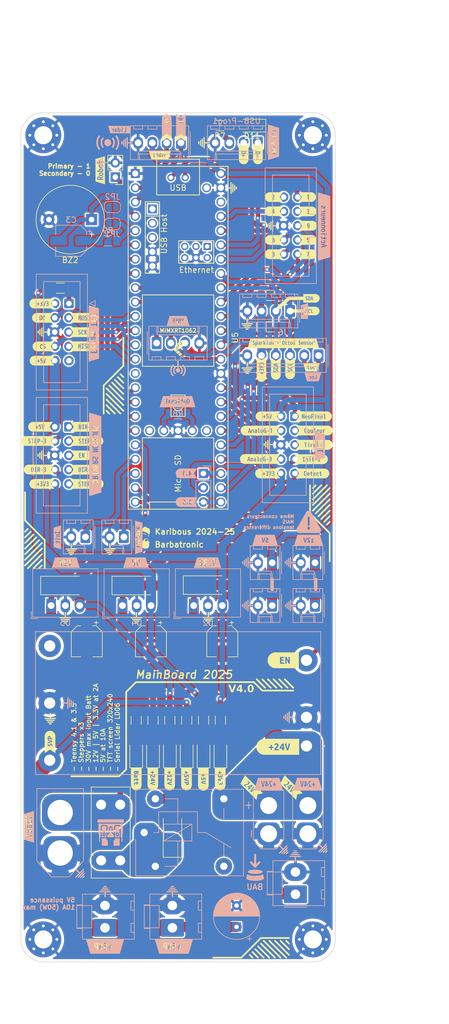
<source format=kicad_pcb>
(kicad_pcb (version 20240108) (generator "pcbnew") (generator_version "8.0")
  (title_block (title "Main Board 2025") (date "2024-06-09") (rev "1") (company "Les Karibous"))
  (layers (0 "F.Cu" signal "Front") (31 "B.Cu" signal "Back") (34 "B.Paste" user) (35 "F.Paste" user) (36 "B.SilkS" user "B.Silkscreen") (37 "F.SilkS" user "F.Silkscreen") (38 "B.Mask" user) (39 "F.Mask" user) (44 "Edge.Cuts" user))
  (net 0 "")
  (net 1 "RX-lidar")
  (net 2 "Init")
  (net 3 "STEP_3")
  (net 4 "DIR_3")
  (net 5 "En5VP")
  (net 6 "STEP_1")
  (net 7 "DIR_1")
  (net 8 "Tirette")
  (net 9 "STEP_2")
  (net 10 "GND")
  (net 11 "DIR_2")
  (net 12 "+3V3")
  (net 13 "+5V")
  (net 14 "+BATT")
  (net 15 "+24V")
  (net 16 "Net-(D1-A)")
  (net 17 "Net-(D3-A)")
  (net 18 "/24VD")
  (net 19 "SCL")
  (net 20 "SDA")
  (net 21 "TX-lidar")
  (net 22 "DOUT-xbee")
  (net 23 "DIN-xbee")
  (net 24 "EN")
  (net 25 "+5VP")
  (net 26 "Net-(D4-A)")
  (net 27 "NEO_PIXEL")
  (net 28 "Net-(D5-A)")
  (net 29 "Net-(D6-A)")
  (net 30 "Couleur")
  (net 31 "Detection")
  (net 32 "Net-(D8-A)")
  (net 33 "TFT_SCK")
  (net 34 "Robot")
  (net 35 "TFT_MOSI")
  (net 36 "TFT_CS")
  (net 37 "Analog1")
  (net 38 "Tirette-2")
  (net 39 "Analog0")
  (net 40 "Init-2")
  (net 41 "Net-(U5-PROGRAM)")
  (net 42 "Net-(D11-A)")
  (net 43 "RX-loc")
  (net 44 "TX-loc")
  (net 45 "/vusb")
  (net 46 "TFT_MISO")
  (net 47 "TFT_DC")
  (net 49 "C_Act1-1")
  (net 50 "C_Act1-2")
  (net 51 "C_Act1-3")
  (net 52 "C_Act1-4")
  (net 53 "C_Act1-9")
  (net 54 "C_Act1-5")
  (net 55 "C_Act1-6")
  (net 56 "C_Act1-7")
  (net 57 "C_Act1-8")
  (net 58 "Net-(Con-TFT1-Pin_1)")
  (net 60 "+12V")
  (net 62 "Net-(D10-A)")
  (net 73 "Net-(R8-Pad2)")
  (net 74 "Net-(BZ2-+)")
  (net 76 "D+")
  (net 77 "D-")
  (net 78 "Net-(JP1-A)")
  (net 79 "Buzzer")
  (net 82 "Net-(J3-Pin_1)")
  (net 83 "Net-(J3-Pin_3)")
  (footprint "kibuzzard-670C37B4" (layer "F.Cu") (at 112.097 102.627444)
    (property "Reference" "kibuzzard-670C37B4" (hide yes))
    (property "Value" "G***" (hide yes))
  )
  (footprint "kibuzzard-670C2FEC" (layer "F.Cu") (at 93 83 -90)
    (property "Reference" "kibuzzard-670C2FEC" (hide yes))
    (property "Value" "G***" (hide yes))
  )
  (footprint "kibuzzard-670C3843" (layer "F.Cu") (at 112 85.25 -90)
    (property "Reference" "kibuzzard-670C3843" (hide yes))
    (property "Value" "G***" (hide yes))
  )
  (footprint "kibuzzard-670C379B" (layer "F.Cu") (at 112.049209 94.996683)
    (property "Reference" "kibuzzard-670C379B" (hide yes))
    (property "Value" "G***" (hide yes))
  )
  (footprint "kibuzzard-670C3571" (layer "F.Cu") (at 70.25 143.444063)
    (property "Reference" "kibuzzard-670C3571" (hide yes))
    (property "Value" "G***" (hide yes))
  )
  (footprint "Capacitor_SMD:CP_Elec_5x5.4" (layer "F.Cu") (at 78.74 173.99 -90)
    (property "Reference" "C2" (hide yes))
    (property "Value" "22uF" (hide yes))
  )
  (footprint "LOGO" (layer "F.Cu") (at 75.96356 157.629811)
    (property "Reference" "G***" (hide yes))
    (property "Value" "LOGO" (hide yes))
  )
  (footprint "Diode_SMD:D_SMA_Handsoldering" (layer "F.Cu") (at 94 208 90)
    (property "Reference" "D4" (hide yes))
    (property "Value" "D_Small" (hide yes))
  )
  (footprint "kibuzzard-670C3904" (layer "F.Cu") (at 118.75 115.25)
    (property "Reference" "kibuzzard-670C3904" (hide yes))
    (property "Value" "G***" (hide yes))
  )
  (footprint "kibuzzard-670C355C" (layer "F.Cu") (at 78.75 138.367509)
    (property "Reference" "kibuzzard-670C355C" (hide yes))
    (property "Value" "G***" (hide yes))
  )
  (footprint "teensy:Teensy41" (layer "F.Cu") (at 95 120.015 -90)
    (property "Reference" "U5")
    (property "Value" "Teensy4.1")
  )
  (footprint "kibuzzard-670C35FE" (layer "F.Cu") (at 77.917824 119.017347)
    (property "Reference" "kibuzzard-670C35FE" (hide yes))
    (property "Value" "G***" (hide yes))
  )
  (footprint "LOGO" (layer "F.Cu") (at 113.75 211 45)
    (property "Reference" "G***" (hide yes))
    (property "Value" "LOGO" (hide yes))
  )
  (footprint "Resistor_SMD:R_1206_3216Metric_Pad1.30x1.75mm_HandSolder" (layer "F.Cu") (at 96.537392 188.020694 90)
    (property "Reference" "R4" (hide yes))
    (property "Value" "R_Small" (hide yes))
  )
  (footprint "Resistor_SMD:R_1206_3216Metric_Pad1.30x1.75mm_HandSolder" (layer "F.Cu") (at 99.537392 188.020694 90)
    (property "Reference" "R2" (hide yes))
    (property "Value" "R_Small" (hide yes))
  )
  (footprint "kibuzzard-670C33A6" (layer "F.Cu") (at 94.25 228.25)
    (property "Reference" "kibuzzard-670C33A6" (hide yes))
    (property "Value" "G***" (hide yes))
  )
  (footprint "Capacitor_SMD:CP_Elec_5x5.4" (layer "F.Cu") (at 102.87 173.99 -90)
    (property "Reference" "C7" (hide yes))
    (property "Value" "22uF" (hide yes))
  )
  (footprint "LED_SMD:LED_1206_3216Metric_Pad1.42x1.75mm_HandSolder" (layer "F.Cu") (at 93.537392 194.020694 90)
    (property "Reference" "D10" (hide yes))
    (property "Value" "LED_Small" (hide yes))
  )
  (footprint "Resistor_SMD:R_1206_3216Metric_Pad1.30x1.75mm_HandSolder" (layer "F.Cu") (at 87.537392 188.020694 90)
    (property "Reference" "R3" (hide yes))
    (property "Value" "R_Small" (hide yes))
  )
  (footprint "kibuzzard-670C37D3" (layer "F.Cu") (at 118.034384 97.549405)
    (property "Reference" "kibuzzard-670C37D3" (hide yes))
    (property "Value" "G***" (hide yes))
  )
  (footprint "kibuzzard-670C36BE" (layer "F.Cu") (at 119.158465 133.989379)
    (property "Reference" "kibuzzard-670C36BE" (hide yes))
    (property "Value" "G***" (hide yes))
  )
  (footprint "kibuzzard-670C35E1" (layer "F.Cu") (at 71 121.550314)
    (property "Reference" "kibuzzard-670C35E1" (hide yes))
    (property "Value" "G***" (hide yes))
  )
  (footprint "Resistor_SMD:R_1206_3216Metric_Pad1.30x1.75mm_HandSolder" (layer "F.Cu") (at 93.537392 188.020694 90)
    (property "Reference" "R5" (hide yes))
    (property "Value" "R_Small" (hide yes))
  )
  (footprint "kibuzzard-670C36A7" (layer "F.Cu") (at 119.25 136.507724)
    (property "Reference" "kibuzzard-670C36A7" (hide yes))
    (property "Value" "G***" (hide yes))
  )
  (footprint "LOGO" (layer "F.Cu") (at 111.25 139 -90)
    (property "Reference" "G***" (hide yes))
    (property "Value" "LOGO" (hide yes))
  )
  (footprint "kibuzzard-64944398" (layer "F.Cu") (at 100.25 160)
    (property "Reference" "kibuzzard-64944398" (hide yes))
    (property "Value" "G***" (hide yes))
  )
  (footprint "Connector_PinHeader_2.54mm:PinHeader_1x02_P2.54mm_Vertical" (layer "F.Cu") (at 83.82 91.44 180)
    (property "Reference" "J8" (hide yes))
    (property "Value" "Conn_01x02" (hide yes))
  )
  (footprint "kibuzzard-670C3646" (layer "F.Cu") (at 112.406939 125.514669 90)
    (property "Reference" "kibuzzard-670C3646" (hide yes))
    (property "Value" "G***" (hide yes))
  )
  (footprint "Resistor_SMD:R_1206_3216Metric_Pad1.30x1.75mm_HandSolder" (layer "F.Cu") (at 111.394 118.064 180)
    (property "Reference" "R22" (hide yes))
    (property "Value" "R_Small" (hide yes))
  )
  (footprint "MountingHole:MountingHole_3.2mm_M3_Pad_Via" (layer "F.Cu") (at 71 227)
    (property "Reference" "H4" (hide yes))
    (property "Value" "M3" (hide yes))
  )
  (footprint "kibuzzard-670C3565" (layer "F.Cu") (at 78.5 143.475924)
    (property "Reference" "kibuzzard-670C3565" (hide yes))
    (property "Value" "G***" (hide yes))
  )
  (footprint "kibuzzard-670C2FF9" (layer "F.Cu") (at 95.5 83 -90)
    (property "Reference" "kibuzzard-670C2FF9" (hide yes))
    (property "Value" "G***" (hide yes))
  )
  (footprint "kibuzzard-670C3379" (layer "F.Cu") (at 99.5 198.5 -90)
    (property "Reference" "kibuzzard-670C3379" (hide yes))
    (property "Value" "G***" (hide yes))
  )
  (footprint "kibuzzard-670C37D7" (layer "F.Cu") (at 118.112267 100.091223)
    (property "Reference" "kibuzzard-670C37D7" (hide yes))
    (property "Value" "G***" (hide yes))
  )
  (footprint "kibuzzard-670C34D3" (layer "F.Cu") (at 70.75 146)
    (property "Reference" "kibuzzard-670C34D3" (hide yes))
    (property "Value" "G***" (hide yes))
  )
  (footprint "kibuzzard-670C35E9" (layer "F.Cu") (at 70.892425 116.46845)
    (property "Reference" "kibuzzard-670C35E9" (hide yes))
    (property "Value" "G***" (hide yes))
  )
  (footprint "kibuzzard-670C3380" (layer "F.Cu") (at 102.5 198.5 -90)
    (property "Reference" "kibuzzard-670C3380" (hide yes))
    (property "Value" "G***" (hide yes))
  )
  (footprint "kibuzzard-670C34F5" (layer "F.Cu") (at 111 133.985438)
    (property "Reference" "kibuzzard-670C34F5" (hide yes))
    (property "Value" "G***" (hide yes))
  )
  (footprint "kibuzzard-670C334A" (layer "F.Cu") (at 90.5 198.5 -90)
    (property "Reference" "kibuzzard-670C334A" (hide yes))
    (property "Value" "G***" (hide yes))
  )
  (footprint "LED_SMD:LED_1206_3216Metric_Pad1.42x1.75mm_HandSolder" (layer "F.Cu") (at 102.537394 194.020695 90)
    (property "Reference" "D8" (hide yes))
    (property "Value" "LED_Small" (hide yes))
  )
  (footprint "LOGO" (layer "F.Cu") (at 104.460786 93.383373 90)
    (property "Reference" "G***" (hide yes))
    (property "Value" "LOGO" (hide yes))
  )
  (footprint "LOGO" (layer "F.Cu") (at 107.3093 125.424528)
    (property "Reference" "G***" (hide yes))
    (property "Value" "LOGO" (hide yes))
  )
  (footprint "kibuzzard-670C3A1A" (layer "F.Cu") (at 72.194951 191.895189 90)
    (property "Reference" "kibuzzard-670C3A1A" (hide yes))
    (property "Value" "G***" (hide yes))
  )
  (footprint "Resistor_SMD:R_1206_3216Metric_Pad1.30x1.75mm_HandSolder" (layer "F.Cu") (at 102.537392 188.020694 90)
    (property "Reference" "R17" (hide yes))
    (property "Value" "R_Small" (hide yes))
  )
  (footprint "kibuzzard-670C3554" (layer "F.Cu") (at 78.5 135.850473)
    (property "Reference" "kibuzzard-670C3554" (hide yes))
    (property "Value" "G***" (hide yes))
  )
  (footprint "kibuzzard-670C34F5" (layer "F.Cu") (at 70.5 135.839852)
    (property "Reference" "kibuzzard-670C34F5" (hide yes))
    (property "Value" "G***" (hide yes))
  )
  (footprint "LOGO" (layer "F.Cu") (at 115.878706 212.213249 180)
    (property "Reference" "G***" (hide yes))
    (property "Value" "LOGO" (hide yes))
  )
  (footprint "kibuzzard-670C356A" (layer "F.Cu") (at 78.75 146.003581)
    (property "Reference" "kibuzzard-670C356A" (hide yes))
    (property "Value" "G***" (hide yes))
  )
  (footprint "kibuzzard-670C364B" (layer "F.Cu") (at 114.945216 125.440326 90)
    (property "Reference" "kibuzzard-670C364B" (hide yes))
    (property "Value" "G***" (hide yes))
  )
  (footprint "LOGO" (layer "F.Cu") (at 70.980044 140.922713 -90)
    (property "Reference" "G***" (hide yes))
    (property "Value" "LOGO" (hide yes))
  )
  (footprint "kibuzzard-670C3577" (layer "F.Cu") (at 70 138.367509)
    (property "Reference" "kibuzzard-670C3577" (hide yes))
    (property "Value" "G***" (hide yes))
  )
  (footprint "kibuzzard-670C36EB" (layer "F.Cu") (at 109.661984 136.522081)
    (property "Reference" "kibuzzard-670C36EB" (hide yes))
    (property "Value" "G***" (hide yes))
  )
  (footprint "Diode_SMD:D_SMA_Handsoldering" (layer "F.Cu") (at 100.33 164)
    (property "Reference" "D7" (hide yes))
    (property "Value" "D_Small" (hide yes))
  )
  (footprint "LOGO" (layer "F.Cu") (at 88.602 155.5668)
    (property "Reference" "G***" (hide yes))
    (property "Value" "LOGO" (hide yes))
  )
  (footprint "kibuzzard-670C38D3" (layer "F.Cu") (at 113.75 121)
    (property "Reference" "kibuzzard-670C38D3" (hide yes))
    (property "Value" "G***" (hide yes))
  )
  (footprint "kibuzzard-670C3605" (layer "F.Cu") (at 78.204575 121.534384)
    (property "Reference" "kibuzzard-670C3605" (hide yes))
    (property "Value" "G***" (hide yes))
  )
  (footprint "Resistor_SMD:R_1206_3216Metric_Pad1.30x1.75mm_HandSolder" (layer "F.Cu") (at 74.047703 111.192726)
    (property "Reference" "R6" (hide yes))
    (property "Value" "100R" (hide yes))
  )
  (footprint "kibuzzard-670C31DA" (layer "F.Cu") (at 112.75 192.75)
    (property "Reference" "kibuzzard-670C31DA" (hide yes))
    (property "Value" "G***" (hide yes))
  )
  (footprint "LOGO" (layer "F.Cu") (at 100.379095 169.776307)
    (property "Reference" "G***" (hide yes))
    (property "Value" "LOGO" (hide yes))
  )
  (footprint "LOGO" (layer "F.Cu") (at 74.912296 169.824763)
    (property "Reference" "G***" (hide yes))
    (property "Value" "LOGO" (hide yes))
  )
  (footprint "MountingHole:MountingHole_3.2mm_M3_Pad_Via" (layer "F.Cu") (at 119 227)
    (property "Reference" "H3" (hide yes))
    (property "Value" "M3" (hide yes))
  )
  (footprint "LOGO" (layer "F.Cu") (at 82 218.5 180)
    (property "Reference" "G***" (hide yes))
    (property "Value" "LOGO" (hide yes))
  )
  (footprint "kibuzzard-649443DA" (layer "F.Cu") (at 68.400632 206.98117 90)
    (property "Reference" "kibuzzard-649443DA" (hide yes))
    (property "Value" "G***" (hide yes))
  )
  (footprint "LOGO" (layer "F.Cu") (at 99.608126 85.351026 -90)
    (property "Reference" "G***" (hide yes))
    (property "Value" "LOGO" (hide yes))
  )
  (footprint "LED_SMD:LED_1206_3216Metric_Pad1.42x1.75mm_HandSolder" (layer "F.Cu") (at 99.537392 194.020694 90)
    (property "Reference" "D3" (hide yes))
    (property "Value" "LED_Small" (hide yes))
  )
  (footprint "LED_SMD:LED_1206_3216Metric_Pad1.42x1.75mm_HandSolder" (layer "F.Cu") (at 87.537392 194.020694 90)
    (property "Reference" "D5" (hide yes))
    (property "Value" "LED_Small" (hide yes))
  )
  (footprint "Capacitor_SMD:CP_Elec_5x5.4" (layer "F.Cu") (at 90.17 173.99 -90)
    (property "Reference" "C1" (hide yes))
    (property "Value" "22uF" (hide yes))
  )
  (footprint "LOGO" (layer "F.Cu") (at 71 119 -90)
    (property "Reference" "G***" (hide yes))
    (property "Value" "LOGO" (hide yes))
  )
  (footprint "kibuzzard-6494443F" (layer "F.Cu") (at 81.129967 90.221767 90)
    (property "Reference" "kibuzzard-6494443F" (hide yes))
    (property "Value" "G***" (hide yes))
  )
  (footprint "LOGO" (layer "F.Cu") (at 82.813722 157.59795)
    (property "Reference" "G***" (hide yes))
    (property "Value" "LOGO" (hide yes))
  )
  (footprint "kibuzzard-670C3359" (layer "F.Cu") (at 96.5 198.5 -90)
    (property "Reference" "kibuzzard-670C3359" (hide yes))
    (property "Value" "G***" (hide yes))
  )
  (footprint "Resistor_SMD:R_1206_3216Metric_Pad1.30x1.75mm_HandSolder" (layer "F.Cu") (at 111.394 112.476 180)
    (property "Reference" "R21" (hide yes))
    (property "Value" "R_Small" (hide yes))
  )
  (footprint "kibuzzard-670C38FC" (layer "F.Cu") (at 118.75 113)
    (property "Reference" "kibuzzard-670C38FC" (hide yes))
    (property "Value" "G***" (hide yes))
  )
  (footprint "kibuzzard-670C33A6" (layer "F.Cu") (at 82 228.25)
    (property "Reference" "kibuzzard-670C33A6" (hide yes))
    (property "Value" "G***" (hide yes))
  )
  (footprint "kibuzzard-670C3560" (layer "F.Cu") (at 77.75 140.916406)
    (property "Reference" "kibuzzard-670C3560" (hide yes))
    (property "Value" "G***" (hide yes))
  )
  (footprint "LOGO" (layer "F.Cu") (at 85.915769 85.351026 -90)
    (property "Reference" "G***" (hide yes))
    (property "Value" "LOGO" (hide yes))
  )
  (footprint "kibuzzard-64944345" (layer "F.Cu") (at 87.5 160)
    (property "Reference" "kibuzzard-64944345" (hide yes))
    (property "Value" "G***" (hide yes))
  )
  (footprint "LOGO" (layer "F.Cu") (at 114.75 187.5 -90)
    (property "Reference" "G***" (hide yes))
    (property "Value" "LOGO" (hide yes))
  )
  (footprint "kibuzzard-670C34D3" (layer "F.Cu") (at 110.951102 144.145586)
    (property "Reference" "kibuzzard-670C34D3" (hide yes))
    (property "Value" "G***" (hide yes))
  )
  (footprint "kibuzzard-64944D37" (layer "F.Cu") (at 115 200 -45)
    (property "Reference" "kibuzzard-64944D37" (hide yes))
    (property "Value" "G***" (hide yes))
  )
  (footprint "kibuzzard-670C37E0" (layer "F.Cu") (at 118.027303 105.153616)
    (property "Reference" "kibuzzard-670C37E0" (hide yes))
    (property "Value" "G***" (hide yes))
  )
  (footprint "Diode_SMD:D_SMA_Handsoldering" (layer "F.Cu") (at 87.63 164.069)
    (property "Reference" "D2" (hide yes))
    (property "Value" "D_Small" (hide yes))
  )
  (footprint "LOGO" (layer "F.Cu") (at 111.825627 100.102996 -90)
    (property "Reference" "G***" (hide yes))
    (property "Value" "LOGO" (hide yes))
  )
  (footprint "LOGO" (layer "F.Cu") (at 87.57713 169.808832)
    (property "Reference" "G***" (hide yes))
    (property "Value" "LOGO" (hide yes))
  )
  (footprint "Resistor_SMD:R_1206_3216Metric_Pad1.30x1.75mm_HandSolder" (layer "F.Cu") (at 102.4525 82.296 180)
    (property "Reference" "R7")
    (property "Value" "R_Small")
  )
  (footprint "LED_SMD:LED_1206_3216Metric_Pad1.42x1.75mm_HandSolder" (layer "F.Cu") (at 90.537392 194.020694 90)
    (property "Reference" "D1" (hide yes))
    (property "Value" "LED_Small" (hide yes))
  )
  (footprint "kibuzzard-64944D37" (layer "F.Cu") (at 107.939197 200 -45)
    (property "Reference" "kibuzzard-64944D37" (hide yes))
    (property "Value" "G***" (hide yes))
  )
  (footprint "kibuzzard-670C3872" (layer "F.Cu") (at 91.75 87.5)
    (property "Reference" "kibuzzard-670C3872" (hide yes))
    (property "Value" "G***" (hide yes))
  )
  (footprint "Buzzer_Beeper:Buzzer_12x9.5RM7.6" (layer "F.Cu") (at 79.6 99 180)
    (property "Reference" "BZ2")
    (property "Value" "Buzzer")
  )
  (footprint "kibuzzard-670C34F5" (layer "F.Cu") (at 70.767192 124.089852)
    (property "Reference" "kibuzzard-670C34F5" (hide yes))
    (property "Value" "G***" (hide yes))
  )
  (footprint "kibuzzard-670C35F6" (layer "F.Cu") (at 78.220505 116.46845)
    (property "Reference" "kibuzzard-670C35F6" (hide yes))
    (property "Value" "G***" (hide yes))
  )
  (footprint "kibuzzard-670C3826" (layer "F.Cu") (at 109.216456 87.285069 -90)
    (property "Reference" "kibuzzard-670C3826" (hide yes))
    (property "Value" "G***" (hide yes))
  )
  (footprint "LOGO" (layer "F.Cu") (at 120.75 210.75 45)
    (property "Reference" "G***" (hide yes))
    (property "Value" "LOGO" (hide yes))
  )
  (footprint "kibuzzard-670C34D3" (layer "F.Cu") (at 109.852996 125.626027 90)
    (property "Reference" "kibuzzard-670C34D3" (hide yes))
    (property "Value" "G***" (hide yes))
  )
  (footprint "MountingHole:MountingHole_3.2mm_M3_Pad_Via" (layer "F.Cu") (at 119 84)
    (property "Reference" "H2" (hide yes))
    (property "Value" "M3" (hide yes))
  )
  (footprint "kibuzzard-670C36F4" (layer "F.Cu") (at 109.582331 141.572084)
    (property "Reference" "kibuzzard-670C36F4" (hide yes))
    (property "Value" "G***" (hide yes))
  )
  (footprint "Diode_SMD:D_SMA_Handsoldering" (layer "F.Cu") (at 74.93 164.069)
    (property "Reference" "D9" (hide yes))
    (property "Value" "D_Small")
  )
  (footprint "kibuzzard-670C34D3" (layer "F.Cu") (at 70.748474 113.930546)
    (property "Reference" "kibuzzard-670C34D3" (hide yes))
    (property "Value" "G***" (hide yes))
  )
  (footprint "kibuzzard-670C36A0" (layer "F.Cu") (at 119.25 139.056621)
    (property "Reference" "kibuzzard-670C36A0" (hide yes))
    (property "Value" "G***" (hide yes))
  )
  (footprint "kibuzzard-670C37B9" (layer "F.Cu") (at 112.049209 105.160411)
    (property "Reference" "kibuzzard-670C37B9" (hide yes))
    (property "Value" "G***" (hide yes))
  )
  (footprint "kibuzzard-670C368F" (layer "F.Cu") (at 118.682039 141.616139)
    (property "Reference" "kibuzzard-670C368F" (hide yes))
    (property "Value" "G***" (hide yes))
  )
  (footprint "kibuzzard-670C381F" (layer "F.Cu") (at 106.684087 87.24511 -90)
    (property "Reference" "kibuzzard-670C381F" (hide yes))
    (property "Value" "G***" (hide yes))
  )
  (footprint "kibuzzard-670C31EF" (layer "F.Cu") (at 113.724105 177.367977)
    (property "Reference" "kibuzzard-670C31EF" (hide yes))
    (property "Value" "G***" (hide yes))
  )
  (footprint "kibuzzard-670C37C6" (layer "F.Cu") (at 117.991902 94.993428)
    (property "Reference" "kibuzzard-670C37C6" (hide yes))
    (property "Value" "G***" (hide yes))
  )
  (footprint "Fuse:Fuseholder_Blade_Mini_Keystone_3568" (layer "F.Cu") (at 84.7 203.04 -90)
    (property "Reference" "F1" (hide yes))
    (property "Value" "Fuse_Small" (hide yes))
  )
  (footprint "LED_SMD:LED_1206_3216Metric_Pad1.42x1.75mm_HandSolder" (layer "F.Cu") (at 108.1675 82.296 180)
    (property "Reference" "D11")
    (property "Value" "LED_Small")
  )
  (footprint "kibuzzard-670C3688" (layer "F.Cu") (at 118.932039 144.143796)
    (property "Reference" "kibuzzard-670C3688" (hide yes))
    (property "Value" "G***" (hide yes))
  )
  (footprint "LOGO" (layer "F.Cu") (at 77.5 215.25 45)
    (property "Reference" "G***" (hide yes))
    (property "Value" "LOGO" (hide yes))
  )
  (footprint "LOGO" (layer "F.Cu") (at 72.25 187.75)
    (property "Reference" "G***" (hide yes))
    (property "Value" "LOGO" (hide yes))
  )
  (footprint "LOGO" (layer "F.Cu") (at 94 218.5 180)
    (property "Reference" "G***" (hide yes))
    (property "Value" "LOGO" (hide yes))
  )
  (footprint "MountingHole:MountingHole_3.2mm_M3_Pad_Via" (layer "F.Cu") (at 71 84)
    (property "Reference" "H1" (hide yes))
    (property "Value" "M3" (hide yes))
  )
  (footprint "Resistor_SMD:R_1206_3216Metric_Pad1.30x1.75mm_HandSolder" (layer "F.Cu") (at 90.537392 188.020694 90)
    (property "Reference" "R1" (hide yes))
    (property "Value" "R_Small" (hide yes))
  )
  (footprint "kibuzzard-6494437E" (layer "F.Cu") (at 75 160)
    (property "Reference" "kibuzzard-6494437E" (hide yes))
    (property "Value" "G***" (hide yes))
  )
  (footprint "kibuzzard-670C3891" (layer "F.Cu") (at 118.75 125.25)
    (property "Reference" "kibuzzard-670C3891" (hide yes))
    (property "Value" "G***" (hide yes))
  )
  (footprint "kibuzzard-670C3352" (layer "F.Cu") (at 93.5 198.5 -90)
    (property "Reference" "kibuzzard-670C3352" (hide yes))
    (property "Value" "G***" (hide yes))
  )
  (footprint "kibuzzard-670C37A2" (layer "F.Cu") (at 112.033278 97.513719)
    (property "Reference" "kibuzzard-670C37A2" (hide yes))
    (property "Value" "G***" (hide yes))
  )
  (footprint "LOGO" (layer "F.Cu") (at 107.285404 117.562772)
    (property "Reference" "G***" (hide yes))
    (property "Value" "LOGO" (hide yes))
  )
  (footprint "kibuzzard-670C3331" (layer "F.Cu") (at 87.556267 198.5 -90)
    (property "Reference" "kibuzzard-670C3331" (hide yes))
    (property "Value" "G***" (hide yes))
  )
  (footprint "LED_SMD:LED_1206_3216Metric_Pad1.42x1.75mm_HandSolder" (layer "F.Cu") (at 96.537392 194.020694 90)
    (property "Reference" "D6" (hide yes))
    (property "Value" "LED_Small" (hide yes))
  )
  (footprint "kibuzzard-670C37DD" (layer "F.Cu") (at 118.062705 102.618879)
    (property "Reference" "kibuzzard-670C37DD" (hide yes))
    (property "Value" "G***" (hide yes))
  )
  (footprint "kibuzzard-670C33A6" (layer "B.Cu") (at 82 228.25 180)
    (property "Reference" "kibuzzard-670C33A6" (hide yes))
    (property "Value" "G***" (hide yes))
  )
  (footprint "Converter_DCDC:Converter_DCDC_RECOM_R-78B-2.0_THT" (layer "B.Cu") (at 72.39 167.64)
    (property "Reference" "U3")
    (property "Value" "R-78B12-2.0")
  )
  (footprint "LOGO" (layer "B.Cu") (at 82.5 85.25 180)
    (property "Reference" "G***" (hide yes))
    (property "Value" "LOGO" (hide yes))
  )
  (footprint "kibuzzard-670C3EB4" (layer "B.Cu") (at 96.5 149.231811 180)
    (property "Reference" "kibuzzard-670C3EB4" (hide yes))
    (property "Value" "G***" (hide yes))
  )
  (footprint "kibuzzard-670C323B" (layer "B.Cu") (at 110.5 156 180)
    (property "Reference" "kibuzzard-670C323B" (hide yes))
    (property "Value" "G***" (hide yes))
  )
  (footprint "LOGO" (layer "B.Cu") (at 81.468847 88.860408 90)
    (property "Reference" "G***" (hide yes))
    (property "Value" "LOGO" (hide yes))
  )
  (footprint "Connector_IDC:IDC-Header_2x05_P2.54mm_Vertical" (layer "B.Cu") (at 75.565 135.84 180)
    (property "Reference" "IHM-IO2" (hide yes))
    (property "Value" "Conn_02x05_Odd_Even")
  )
  (footprint "kibuzzard-670C3111" (layer "B.Cu") (at 121 100.25 90)
    (property "Reference" "kibuzzard-670C3111" (hide yes))
    (property "Value" "G***" (hide yes))
  )
  (footprint "kibuzzard-670C375F" (layer "B.Cu") (at 94.903575 131.372555 180)
    (property "Reference" "kibuzzard-670C375F" (hide yes))
    (property "Value" "G***" (hide yes))
  )
  (footprint "LOGO" (layer "B.Cu") (at 114.75 187.5 90)
    (property "Reference" "G***" (hide yes))
    (property "Value" "LOGO" (hide yes))
  )
  (footprint "kibuzzard-670C3411" (layer "B.Cu") (at 118.084854 199.351026 180)
    (property "Reference" "kibuzzard-670C3411" (hide yes))
    (property "Value" "G***" (hide yes))
  )
  (footprint "Resistor_SMD:R_1206_3216Metric_Pad1.30x1.75mm_HandSolder" (layer "B.Cu") (at 82.506001 102.76 180)
    (property "Reference" "R9")
    (property "Value" "330")
  )
  (footprint "Capacitor_SMD:CP_Elec_5x5.4" (layer "B.Cu") (at 75.956 102.76 180)
    (property "Reference" "C3")
    (property "Value" "100uF")
  )
  (footprint "LOGO" (layer "B.Cu") (at 75.388896 184.976415 -90)
    (property "Reference" "G***" (hide yes))
    (property "Value" "LOGO" (hide yes))
  )
  (footprint "Connector_Molex:Molex_KK-254_AE-6410-04A_1x04_P2.54mm_Vertical" (layer "B.Cu") (at 109.22 85.344 180)
    (property "Reference" "USB-Prog1")
    (property "Value" "Conn_01x04")
  )
  (footprint "kibuzzard-6493EE9E" (layer "B.Cu") (at 117.5 115.25 90)
    (property "Reference" "kibuzzard-6493EE9E" (hide yes))
    (property "Value" "G***" (hide yes))
  )
  (footprint "Connector_Molex:Molex_KK-254_AE-6410-04A_1x04_P2.54mm_Vertical" (layer "B.Cu") (at 114.95 115.27 180)
    (property "Reference" "J22" (hide yes))
    (property "Value" "Conn_01x04" (hide yes))
  )
  (footprint "Connector_IDC:IDC-Header_2x05_P2.54mm_Vertical" (layer "B.Cu") (at 75.565 113.92 180)
    (property "Reference" "Con-TFT1" (hide yes))
    (property "Value" "Conn_02x05_Odd_Even")
  )
  (footprint "Connector_Molex:Molex_KK-254_AE-6410-02A_1x02_P2.54mm_Vertical" (layer "B.Cu") (at 111.76 160.02 180)
    (property "Reference" "J4" (hide yes))
    (property "Value" "Conn_01x02")
  )
  (footprint "Converter_DCDC:Converter_DCDC_RECOM_R-78B-2.0_THT" (layer "B.Cu") (at 85.09 167.64)
    (property "Reference" "U4")
    (property "Value" "R-78B5.0-2.0")
  )
  (footprint "Connector_IDC:IDC-Header_2x05_P2.54mm_Vertical" (layer "B.Cu") (at 115.824 133.97 180)
    (property "Reference" "IHM-IO1" (hide yes))
    (property "Value" "Conn_02x05_Odd_Even" (hide yes))
  )
  (footprint "LOGO" (layer "B.Cu") (at 83 208 180)
    (property "Reference" "G***" (hide yes))
    (property "Value" "LOGO" (hide yes))
  )
  (footprint "kibuzzard-6493F0E7" (layer "B.Cu") (at 80 119.25 90)
    (property "Reference" "kibuzzard-6493F0E7" (hide yes))
    (property "Value" "G***" (hide yes))
  )
  (footprint "LOGO" (layer "B.Cu") (at 120.75 210.75 -135)
    (property "Reference" "G***" (hide yes))
    (property "Value" "LOGO" (hide yes))
  )
  (footprint "LOGO" (layer "B.Cu") (at 115.878706 212.213249)
    (property "Reference" "G***" (hide yes))
    (property "Value" "LOGO" (hide yes))
  )
  (footprint "Connector_Molex:Molex_KK-254_AE-6410-04A_1x04_P2.54mm_Vertical" (layer "B.Cu") (at 95.504 85.344 180)
    (property "Reference" "J12" (hide yes))
    (property "Value" "Conn_01x04" (hide yes))
  )
  (footprint "kibuzzard-670C3EA9" (layer "B.Cu") (at 96.477919 144.13249 180)
    (property "Reference" "kibuzzard-670C3EA9" (hide yes))
    (property "Value" "G***" (hide yes))
  )
  (footprint "LOGO" (layer "B.Cu") (at 107.43785 159.998653 90)
    (property "Reference" "G***" (hide yes))
    (property "Value" "LOGO" (hide yes))
  )
  (footprint "LOGO" (layer "B.Cu") (at 85.915769 85.351026 90)
    (property "Reference" "G***" (hide yes))
    (property "Value" "LOGO" (hide yes))
  )
  (footprint "kibuzzard-6494437E" (layer "B.Cu") (at 75 160 180)
    (property "Reference" "kibuzzard-6494437E" (hide yes))
    (property "Value" "G***" (hide yes))
  )
  (footprint "LOGO" (layer "B.Cu") (at 82 218.5)
    (property "Reference" "G***" (hide yes))
    (property "Value" "LOGO" (hide yes))
  )
  (footprint "LOGO" (layer "B.Cu") (at 95 125.5)
    (property "Reference" "G***" (hide yes))
    (property "Value" "LOGO" (hide yes))
  )
  (footprint "kibuzzard-670C3244" (layer "B.Cu") (at 118.25 156 180)
    (property "Reference" "kibuzzard-670C3244" (hide yes))
    (property "Value" "G***" (hide yes))
  )
  (footprint "kibuzzard-6493F100" (layer "B.Cu") (at 120.25 139.25 90)
    (property "Reference" "kibuzzard-6493F100" (hide yes))
    (property "Value" "G***" (hide yes))
  )
  (footprint "kibuzzard-670C3846" (layer "B.Cu") (at 112 85.25 90)
    (property "Reference" "kibuzzard-670C3846" (hide yes))
    (property "Value" "G***" (hide yes))
  )
  (footprint "Capacitor_THT:CP_Radial_D8.0mm_P3.80mm" (layer "B.Cu") (at 105.41 224.78 90)
    (property "Reference" "C6" (hide yes))
    (property "Value" "220uF" (hide yes))
  )
  (footprint "kibuzzard-670C3891" (layer "B.Cu") (at 119 127 180)
    (property "Reference" "kibuzzard-670C3891" (hide yes))
    (property "Value" "G***" (hide yes))
  )
  (footprint "LOGO" (layer "B.Cu") (at 113.75 211 -135)
    (property "Reference" "G***" (hide yes))
    (property "Value" "LOGO" (hide yes))
  )
  (footprint "Connector_Molex:Molex_KK-254_AE-6410-02A_1x02_P2.54mm_Vertical" (layer "B.Cu") (at 111.76 167.64 180)
    (property "Reference" "J9" (hide yes))
    (property "Value" "Conn_01x02")
  )
  (footprint "Jumper:SolderJumper-2_P1.3mm_Open_RoundedPad1.0x1.5mm" (layer "B.Cu") (at 83.306001 96.76 180)
    (property "Reference" "JP2")
    (property "Value" "SolderJumper_2_Open")
  )
  (footprint "Connector_AMASS:AMASS_XT30U-F_1x02_P5.0mm_Vertical" (layer "B.Cu") (at 118.11 208.2 90)
    (property "Reference" "J7" (hide yes))
    (property "Value" "XT30" (hide yes))
  )
  (footprint "kibuzzard-6493F09E" (layer "B.Cu") (at 88 155.5 90)
    (property "Reference" "kibuzzard-6493F09E" (hide yes))
    (property "Value" "G***" (hide yes))
  )
  (footprint "kibuzzard-64944398" (layer "B.Cu") (at 100.25 160 180)
    (property "Reference" "kibuzzard-64944398" (hide yes))
    (property "Value" "G***" (hide yes))
  )
  (footprint "kibuzzard-649443DA" (layer "B.Cu") (at 68.400632 206.98117 -90)
    (property "Reference" "kibuzzard-649443DA" (hide yes))
    (property "Value" "G***" (hide yes))
  )
  (footprint "Connector_Molex:Molex_KK-396_A-41791-0002_1x02_P3.96mm_Vertical" (layer "B.Cu") (at 81.98 224.94 90)
    (property "Reference" "J20" (hide yes))
    (property "Value" "BAU" (hide yes))
  )
  (footprint "LOGO" (layer "B.Cu") (at 77.5 215.25 -135)
    (property "Reference" "G***" (hide yes))
    (property "Value" "LOGO" (hide yes))
  )
  (footprint "Connector_Molex:Molex_KK-254_AE-6410-06A_1x06_P2.54mm_Vertical" (layer "B.Cu") (at 120.015 123.175 180)
    (property "Reference" "J6")
    (property "Value" "Conn_01x06")
  )
  (footprint "kibuzzard-670C2FF9" (layer "B.Cu") (at 95.5 82.25 -90)
    (property "Reference" "kibuzzard-670C2FF9" (hide yes))
    (property "Value" "G***" (hide yes))
  )
  (footprint "Relay_THT:Relay_SPDT_Finder_36.11" (layer "B.Cu") (at 88.95 208)
    (property "Reference" "K2" (hide yes))
    (property "Value" "FINDER-36.11")
  )
  (footprint "kibuzzard-6493F0A8" (layer "B.Cu") (at 73.5 155.5 -90)
    (property "Reference" "kibuzzard-6493F0A8" (hide yes))
    (property "Value" "G***" (hide yes))
  )
  (footprint "Resistor_SMD:R_1206_3216Metric_Pad1.30x1.75mm_HandSolder" (layer "B.Cu") (at 94.996 133.525 180)
    (property "Reference" "R8")
    (property "Value" "100")
  )
  (footprint "kibuzzard-6493EEAC" (layer "B.Cu") (at 84.5 83 180)
    (property "Reference" "kibuzzard-6493EEAC" (hide yes))
    (property "Value" "G***" (hide yes))
  )
  (footprint "LOGO" (layer "B.Cu") (at 115 160 90)
    (property "Reference" "G***" (hide yes))
    (property "Value" "LOGO" (hide yes))
  )
  (footprint "Connector_Molex:Molex_KK-254_AE-6410-02A_1x02_P2.54mm_Vertical" (layer "B.Cu") (at 85.344 155.448 180)
    (property "Reference" "J15" (hide yes))
    (property "Value" "Conn_01x02")
  )
  (footprint "Connector_PinHeader_2.54mm:PinHeader_1x03_P2.54mm_Vertical" (layer "B.Cu") (at 99.5 144.145 180)
    (property "Reference" "J3" (hide yes))
    (property "Value" "Conn_01x03")
  )
  (footprint "Jumper:SolderJumper-2_P1.3mm_Open_RoundedPad1.0x1.5mm" (layer "B.Cu") (at 83.306001 99.76)
    (property "Reference" "JP1")
    (property "Value" "SolderJumper_2_Open")
  )
  (footprint "Connector_AMASS:AMASS_XT60-M_1x02_P7.20mm_Vertical" (layer "B.Cu") (at 74 211.636 90)
    (property "Reference" "J1" (hide yes))
    (property "Value" "XT60" (hide yes))
  )
  (footprint "Connector_IDC:IDC-Header_2x05_P2.54mm_Vertical" (layer "B.Cu") (at 116.332 94.996 180)
    (property "Reference" "C_Act1" (hide yes))
    (property "Value" "Conn_02x05_Odd_Even" (hide yes))
  )
  (footprint "Connector_Molex:Molex_KK-254_AE-6410-02A_1x02_P2.54mm_Vertical" (layer "B.Cu") (at 119.38 167.64 180)
    (property "Reference" "J28" (hide yes))
    (property "Value" "Conn_01x02" (hide yes))
  )
  (footprint "Connector_Molex:Molex_KK-254_AE-6410-02A_1x02_P2.54mm_Vertical" (layer "B.Cu") (at 78.504 155.448 180)
    (property "Reference" "J18" (hide yes))
    (property "Value" "Conn_01x02")
  )
  (footprint "Converter_DCDC:Converter_DCDC_RECOM_R-78B-2.0_THT" (layer "B.Cu") (at 97.79 167.64)
    (property "Reference" "U2")
    (property "Value" "R-78B3.3-2.0")
  )
  (footprint "Connector_AMASS:AMASS_XT30U-F_1x02_P5.0mm_Vertical" (layer "B.Cu") (at 111.125 208.2 90)
    (property "Reference" "J16" (hide yes))
    (property "Value" "XT30")
  )
  (footprint "kibuzzard-670C2FEC" (layer "B.Cu") (at 92.970661 82.25 -90)
    (property "Reference" "kibuzzard-670C2FEC" (hide yes))
    (property "Value" "G***" (hide yes))
  )
  (footprint "LOGO" (layer "B.Cu") (at 107.413954 167.645345 90)
    (property "Reference" "G***" (hide yes))
    (property "Value" "LOGO" (hide yes))
  )
  (footprint "Connector_Molex:Molex_KK-254_AE-6410-04A_1x04_P2.54mm_Vertical" (layer "B.Cu") (at 91.171021 120.952963)
    (property "Reference" "J2" (hide yes))
    (property "Value" "Conn_01x04" (hide yes))
  )
  (footprint "kibuzzard-64944345" (layer "B.Cu") (at 87.5 160 180)
    (property "Reference" "kibuzzard-64944345" (hide yes))
    (property "Value" "G***" (hide yes))
  )
  (footprint "kibuzzard-670C3F16" (layer "B.Cu") (at 95 117 180)
    (property "Reference" "kibuzzard-670C3F16" (hide yes))
    (property "Value" "G***" (hide yes))
  )
  (footprint "TEN 50-2411:CONV_TEN_50-2411" (layer "B.Cu") (at 95 184.9785 180)
    (property "Reference" "PS1" (hide yes))
    (property "Value" "TEN_50-2411" (hide yes))
  )
  (footprint "kibuzzard-670C345D" (layer "B.Cu") (at 80.25 140.75 90)
    (property "Reference" "kibuzzard-670C345D" (hide yes))
    (property "Value" "G***" (hide yes))
  )
  (footprint "Connector_Molex:Molex_KK-254_AE-6410-02A_1x02_P2.54mm_Vertical" (layer "B.Cu") (at 119.38 160.02 180)
    (property "Reference" "J23" (hide yes))
    (property "Value" "Conn_01x02" (hide yes))
  )
  (footprint "Connector_Molex:Molex_KK-396_A-41791-0002_1x02_P3.96mm_Vertical" (layer "B.Cu") (at 115.895 218.98 90)
    (property "Reference" "J21" (hide yes))
    (property "Value" "BAU" (hide yes))
  )
  (footprint "LOGO" (layer "B.Cu") (at 94 218.5)
    (property "Reference" "G***" (hide yes))
    (property "Value" "LOGO" (hide yes))
  )
  (footprint "kibuzzard-670C33A6" (layer "B.Cu") (at 94.25 228.25 180)
    (property "Reference" "kibuzzard-670C33A6" (hide yes))
    (property "Value" "G***" (hide yes))
  )
  (footprint "kibuzzard-670C3411" (layer "B.Cu") (at 111.131144 199.351026 180)
    (property "Reference" "kibuzzard-670C3411" (hide yes))
    (property "Value" "G***" (hide yes))
  )
  (footprint "LOGO" (layer "B.Cu") (at 108.726 214.186 180)
    (property "Reference" "G***" (hide yes))
    (property "Value" "LOGO" (hide yes))
  )
  (footprint "Connector_Molex:Molex_KK-396_A-41791-0002_1x02_P3.96mm_Vertical" (layer "B.Cu") (at 93.98 224.94 90)
    (property "Reference" "J26" (hide yes))
    (property "Value" "BAU" (hide yes))
  )
  (footprint "LOGO" (layer "B.Cu") (at 115.03675 167.645345 90)
    (property "Reference" "G***" (hide yes))
    (property "Value" "LOGO" (hide yes))
  )
  (footprint "LOGO" (layer "B.Cu") (at 118.25 152.75 180)
    (property "Reference" "G***" (hide yes))
    (property "Value" "LOGO" (hide yes))
  )
  (gr_line (start 119.5 164.75) (end 119.5 163) (stroke (width 0.6)) (layer "B.SilkS"))
  (gr_line (start 111.75 164.75) (end 111.75 163) (stroke (width 0.6)) (layer "B.SilkS"))
  (gr_line (start 114.75 228.750001) (end 113.25 227.25) (stroke (width 0.3)) (layer "F.SilkS"))
  (gr_line (start 111.5 182.25) (end 110 180.75) (stroke (width 0.3)) (layer "F.SilkS"))
  (gr_line (start 115 115.25) (end 117.372555 115.25) (stroke (width 0.6)) (layer "F.SilkS"))
  (gr_line (start 122 148.75) (end 119.5 151.25) (stroke (width 0.3)) (layer "F.SilkS"))
  (gr_line (start 68.25 161) (end 70.75 158.5) (stroke (width 0.3)) (layer "F.SilkS"))
  (gr_line (start 108.25 230.25) (end 107.75 229.75) (stroke (width 0.3)) (layer "F.SilkS"))
  (gr_line (start 85.25 120) (end 85.25 125) (stroke (width 0.3)) (layer "F.SilkS"))
  (gr_line (start 114.5 182.25) (end 113 180.75) (stroke (width 0.3)) (layer "F.SilkS"))
  (gr_line (start 122 159.75) (end 122 154.75) (stroke (width 0.3)) (layer "F.SilkS"))
  (gr_line (start 119 146.75) (end 119.5 146.25) (stroke (width 0.3)) (layer "F.SilkS"))
  (gr_line (start 108.5 181.25) (end 110 182.75) (stroke (width 0.3)) (layer "F.SilkS"))
  (gr_line (start 115.5 182.25) (end 114 180.75) (stroke (width 0.3)) (layer "F.SilkS"))
  (gr_line (start 83.750001 133.5) (end 82.25 132) (stroke (width 0.3)) (layer "F.SilkS"))
  (gr_line (start 67.75 154.5) (end 68.25 154) (stroke (width 0.3)) (layer "F.SilkS"))
  (gr_line (start 85.754547 196.75) (end 85.754547 183.005657) (stroke (width 0.3)) (layer "F.SilkS"))
  (gr_line (start 110.25 230.25) (end 108.75 228.75) (stroke (width 0.3)) (layer "F.SilkS"))
  (gr_line (start 113.25 230.25) (end 110.25 227.25) (stroke (width 0.3)) (layer "F.SilkS"))
  (gr_line (start 87.5 181.25) (end 108.5 181.25) (stroke (width 0.3)) (layer "F.SilkS"))
  (gr_line (start 110.5 182.25) (end 109 180.75) (stroke (width 0.3)) (layer "F.SilkS"))
  (gr_line (start 122 151.75) (end 121 152.75) (stroke (width 0.3)) (layer "F.SilkS"))
  (gr_line (start 112.25 115.25) (end 114.75 113) (stroke (width 0.6)) (layer "F.SilkS"))
  (gr_line (start 110 182.75) (end 115.500001 182.75) (stroke (width 0.3)) (layer "F.SilkS"))
  (gr_line (start 109.25 230.25) (end 108.25 229.25) (stroke (width 0.3)) (layer "F.SilkS"))
  (gr_line (start 84.5 197.994343) (end 85.754547 196.75) (stroke (width 0.3)) (layer "F.SilkS"))
  (gr_line (start 67.75 155.5) (end 68.75 154.5) (stroke (width 0.3)) (layer "F.SilkS"))
  (gr_line (start 122 152.75) (end 121.5 153.25) (stroke (width 0.3)) (layer "F.SilkS"))
  (gr_line (start 121.5 146.25) (end 118.999999 148.75) (stroke (width 0.3)) (layer "F.SilkS"))
  (gr_line (start 85.25 130) (end 83.25 128) (stroke (width 0.3)) (layer "F.SilkS"))
  (gr_line (start 67.75 159.5) (end 70.75 156.5) (stroke (width 0.3)) (layer "F.SilkS"))
  (gr_line (start 112.25 230.25) (end 109.75 227.75) (stroke (width 0.3)) (layer "F.SilkS"))
  (gr_line (start 67.75 152.5) (end 71.25 156) (stroke (width 0.3)) (layer "F.SilkS"))
  (gr_line (start 70.75 160.5) (end 70.25 161) (stroke (width 0.3)) (layer "F.SilkS"))
  (gr_line (start 111.25 230.25) (end 109.25 228.25) (stroke (width 0.3)) (layer "F.SilkS"))
  (gr_line (start 67.75 158.5) (end 70.25 156) (stroke (width 0.3)) (layer "F.SilkS"))
  (gr_line (start 101.25 230.25) (end 106.25 230.25) (stroke (width 0.3)) (layer "F.SilkS"))
  (gr_line (start 122 150.75) (end 120.5 152.25) (stroke (width 0.3)) (layer "F.SilkS"))
  (gr_line (start 114.75 229.75) (end 112.25 227.249999) (stroke (width 0.3)) (layer "F.SilkS"))
  (gr_line (start 106.25 230.25) (end 109.75 226.75) (stroke (width 0.3)) (layer "F.SilkS"))
  (gr_line (start 69.25 161) (end 70.75 159.5) (stroke (width 0.3)) (layer "F.SilkS"))
  (gr_line (start 114.75 113) (end 117.25 113) (stroke (width 0.6)) (layer "F.SilkS"))
  (gr_line (start 85.25 129) (end 83.75 127.5) (stroke (width 0.3)) (layer "F.SilkS"))
  (gr_line (start 85.25 131) (end 82.75 128.5) (stroke (width 0.3)) (layer "F.SilkS"))
  (gr_line (start 122 146.75) (end 119 149.75) (stroke (width 0.3)) (layer "F.SilkS"))
  (gr_line (start 85.25 125) (end 81.75 128.5) (stroke (width 0.3)) (layer "F.SilkS"))
  (gr_line (start 67.75 147.5) (end 67.75 152.5) (stroke (width 0.3)) (layer "F.SilkS"))
  (gr_line (start 67.75 156.5) (end 69.25 155) (stroke (width 0.3)) (layer "F.SilkS"))
  (gr_line (start 114.25 227.25) (end 114.75 227.75) (stroke (width 0.3)) (layer "F.SilkS"))
  (gr_line (start 118.5 151.25) (end 118.5 146.25) (stroke (width 0.3)) (layer "F.SilkS"))
  (gr_line (start 85.25 133) (end 82.25 130) (stroke (width 0.3)) (layer "F.SilkS"))
  (gr_line (start 112.5 182.25) (end 111.000001 180.75) (stroke (width 0.3)) (layer "F.SilkS"))
  (gr_line (start 85.25 128) (end 84.25 127) (stroke (width 0.3)) (layer "F.SilkS"))
  (gr_line (start 71.25 156) (end 71.25 161) (stroke (width 0.3)) (layer "F.SilkS"))
  (gr_line (start 82.25 133) (end 82.75 133.5) (stroke (width 0.3)) (layer "F.SilkS"))
  (gr_line (start 85.25 132) (end 82.25 129) (stroke (width 0.3)) (layer "F.SilkS"))
  (gr_line (start 114.25 230.25) (end 111.25 227.25) (stroke (width 0.3)) (layer "F.SilkS"))
  (gr_line (start 85.25 127) (end 84.75 126.5) (stroke (width 0.3)) (layer "F.SilkS"))
  (gr_line (start 76 197.994343) (end 84.5 197.994343) (stroke (width 0.3)) (layer "F.SilkS"))
  (gr_line (start 122 149.75) (end 120 151.75) (stroke (width 0.3)) (layer "F.SilkS"))
  (gr_line (start 67.75 160.5) (end 70.75 157.5) (stroke (width 0.3)) (layer "F.SilkS"))
  (gr_line (start 120.500001 146.25) (end 119 147.75) (stroke (width 0.3)) (layer "F.SilkS"))
  (gr_line (start 109.75 226.75) (end 114.75 226.75) (stroke (width 0.3)) (layer "F.SilkS"))
  (gr_line (start 67.75 157.5) (end 69.75 155.5) (stroke (width 0.3)) (layer "F.SilkS"))
  (gr_line (start 84.75 133.5) (end 82.249999 131) (stroke (width 0.3)) (layer "F.SilkS"))
  (gr_line (start 81.75 128.5) (end 81.75 133.5) (stroke (width 0.3)) (layer "F.SilkS"))
  (gr_line (start 113.5 182.25) (end 112 180.75) (stroke (width 0.3)) (layer "F.SilkS"))
  (gr_line (start 122 154.75) (end 118.5 151.25) (stroke (width 0.3)) (layer "F.SilkS"))
  (gr_line (start 85.75 183) (end 87.5 181.25) (stroke (width 0.3)) (layer "F.SilkS"))
  (gr_line (start 122 147.75) (end 119 150.75) (stroke (width 0.3)) (layer "F.SilkS"))
  (gr_line (start 67 227) (end 67 84) (stroke (width 0.1)) (layer "Edge.Cuts"))
  (gr_arc (start 71 231) (mid 68.171573 229.828427) (end 67 227) (stroke (width 0.1)) (layer "Edge.Cuts"))
  (gr_line (start 119 80) (end 71 80) (stroke (width 0.1)) (layer "Edge.Cuts"))
  (gr_line (start 123 84) (end 123 227) (stroke (width 0.1)) (layer "Edge.Cuts"))
  (gr_line (start 119 231) (end 71 231) (stroke (width 0.1)) (layer "Edge.Cuts"))
  (gr_arc (start 67 84) (mid 68.171573 81.171573) (end 71 80) (stroke (width 0.1)) (layer "Edge.Cuts"))
  (gr_arc (start 123 227) (mid 121.828427 229.828427) (end 119 231) (stroke (width 0.1)) (layer "Edge.Cuts"))
  (gr_arc (start 119 80) (mid 121.828427 81.171573) (end 123 84) (stroke (width 0.1)) (layer "Edge.Cuts"))
  (gr_text "5V puissance\n10A (50W) max" (at 76.75 221.75 0) (layer "B.SilkS") (effects (font (size 0.8 0.8) (thickness 0.2) (bold yes)) (justify left bottom mirror)))
  (gr_text "Même connecteurs \nMAIS\ntensions différentes" (at 115.75 152.75 0) (layer "B.SilkS") (effects (font (size 0.6 0.6) (thickness 0.15) (bold yes)) (justify left mirror)))
  (gr_text "BAU" (at 110.25 218.25 0) (layer "B.SilkS") (effects (font (size 1 1) (thickness 0.2) (bold yes)) (justify left bottom mirror)))
  (gr_text "V4.0" (at 106.25 182.5 0) (layer "F.SilkS") (effects (font (size 1.3 1.3) (thickness 0.24) (bold yes) (italic yes))))
  (gr_text "MainBoard 2025" (at 96.079879 179.917427 0) (layer "F.SilkS") (effects (font (size 1.4 1.4) (thickness 0.24) (bold yes) (italic yes))))
  (gr_text "Karibous 2024-25" (at 98 154.5 0) (layer "F.SilkS") (effects (font (size 1 1) (thickness 0.2))))
  (gr_text "- Teensy 4.1 & 3.5\n- Steppers x3\n- 30V max input Batt\n- 12V | 5V | 3.3V at 2A\n- 5V at 10A \n- TFT screen 320x240\n- Serial Lidar LD06" (at 76 197.25 90) (layer "F.SilkS") (effects (font (size 0.8 0.8) (thickness 0.15) (bold yes)) (justify left top)))
  (gr_text "Barbatronic" (at 95.206 156.786 0) (layer "F.SilkS") (effects (font (size 1 1) (thickness 0.2))))
  (gr_text "Primary - 1\nSecondary - 0" (at 79.5 91.25 0) (layer "F.SilkS") (effects (font (size 0.8 0.8) (thickness 0.2) (bold yes)) (justify right bottom)))
  (segment (start 95.504 85.344) (end 95.504 87.761) (width 0.8) (layer "F.Cu") (net 1))
  (segment (start 95.504 87.761) (end 87.38 95.885) (width 0.8) (layer "F.Cu") (net 1))
  (segment (start 78.504 154.414) (end 78.504 155.448) (width 0.8) (layer "B.Cu") (net 2))
  (segment (start 87.38 141.605) (end 86.995 141.605) (width 0.8) (layer "B.Cu") (net 2))
  (segment (start 86.995 141.605) (end 84.294 144.306) (width 0.8) (layer "B.Cu") (net 2))
  (segment (start 84.294 151.418) (end 82.804 152.908) (width 0.8) (layer "B.Cu") (net 2))
  (segment (start 82.804 152.908) (end 80.01 152.908) (width 0.8) (layer "B.Cu") (net 2))
  (segment (start 80.01 152.908) (end 78.504 154.414) (width 0.8) (layer "B.Cu") (net 2))
  (segment (start 84.294 144.306) (end 84.294 151.418) (width 0.8) (layer "B.Cu") (net 2))
  (segment (start 77.9272 136.4488) (end 77.1144 137.2616) (width 0.8) (layer "F.Cu") (net 3))
  (segment (start 81.373 109.674076) (end 81.373 131.889304) (width 0.8) (layer "F.Cu") (net 3))
  (segment (start 77.9272 135.335104) (end 77.9272 136.4488) (width 0.8) (layer "F.Cu") (net 3))
  (segment (start 74.0033 137.4017) (end 73.025 138.38) (width 0.8) (layer "F.Cu") (net 3))
  (segment (start 81.373 131.889304) (end 77.9272 135.335104) (width 0.8) (layer "F.Cu") (net 3))
  (segment (start 74.2958 137.1092) (end 76.4262 137.1092) (width 0.32) (layer "F.Cu") (net 3))
  (segment (start 76.44846 137.08694) (end 76.62312 137.2616) (width 0.2) (layer "F.Cu") (net 3))
  (segment (start 85.002076 106.045) (end 81.373 109.674076) (width 0.8) (layer "F.Cu") (net 3))
  (segment (start 76.4262 137.1092) (end 76.44846 137.08694) (width 0.32) (layer "F.Cu") (net 3))
  (segment (start 87.38 106.045) (end 85.002076 106.045) (width 0.8) (layer "F.Cu") (net 3))
  (segment (start 77.1144 137.2616) (end 76.62312 137.2616) (width 0.8) (layer "F.Cu") (net 3))
  (segment (start 74.0033 137.4017) (end 74.2958 137.1092) (width 0.32) (layer "F.Cu") (net 3))
  (segment (start 78.060915 144.736161) (end 76.41016 144.736161) (width 0.8) (layer "F.Cu") (net 4))
  (segment (start 76.0476 144.7292) (end 76.4032 144.7292) (width 0.32) (layer "F.Cu") (net 4))
  (segment (start 85.217 133.985) (end 82.1604 137.0416) (width 0.8) (layer "F.Cu") (net 4))
  (segment (start 87.38 133.985) (end 85.217 133.985) (width 0.8) (layer "F.Cu") (net 4))
  (segment (start 82.1604 140.636676) (end 78.060915 144.736161) (width 0.8) (layer "F.Cu") (net 4))
  (segment (start 74.2942 144.7292) (end 73.025 143.46) (width 0.8) (layer "F.Cu") (net 4))
  (segment (start 76.0476 144.7292) (end 74.2942 144.7292) (width 0.32) (layer "F.Cu") (net 4))
  (segment (start 74.7268 144.7292) (end 74.2942 144.7292) (width 0.8) (layer "F.Cu") (net 4))
  (segment (start 82.1604 137.0416) (end 82.1604 140.636676) (width 0.8) (layer "F.Cu") (net 4))
  (segment (start 118.364 153.67) (end 90.17 153.67) (width 0.8) (layer "F.Cu") (net 5))
  (segment (start 120.93 174.2885) (end 120.93 156.236) (width 0.8) (layer "F.Cu") (net 5))
  (segment (start 117.86 177.3585) (end 120.93 174.2885) (width 0.8) (layer "F.Cu") (net 5))
  (segment (start 89.154 152.654) (end 89.154 151.13) (width 0.8) (layer "F.Cu") (net 5))
  (segment (start 90.17 153.67) (end 89.154 152.654) (width 0.8) (layer "F.Cu") (net 5))
  (segment (start 120.93 156.236) (end 118.364 153.67) (width 0.8) (layer "F.Cu") (net 5))
  (via (at 89.154 151.13) (size 0.8) (drill 0.4) (layers "F.Cu" "B.Cu") (net 5))
  (segment (start 88.265 139.065) (end 87.38 139.065) (width 0.8) (layer "B.Cu") (net 5))
  (segment (start 89.154 139.954) (end 88.265 139.065) (width 0.8) (layer "B.Cu") (net 5))
  (segment (start 89.154 151.13) (end 89.154 139.954) (width 0.8) (layer "B.Cu") (net 5))
  (segment (start 79.0104 135.736828) (end 79.0104 137.3976) (width 0.8) (layer "F.Cu") (net 6))
  (segment (start 87.38 108.585) (end 83.947 108.585) (width 0.8) (layer "F.Cu") (net 6))
  (segment (start 82.423 132.324228) (end 79.0104 135.736828) (width 0.8) (layer "F.Cu") (net 6))
  (segment (start 78.028 138.38) (end 75.565 138.38) (width 0.8) (layer "F.Cu") (net 6))
  (segment (start 83.947 108.585) (end 82.423 110.109) (width 0.8) (layer "F.Cu") (net 6))
  (segment (start 82.423 110.109) (end 82.423 132.324228) (width 0.8) (layer "F.Cu") (net 6))
  (segment (start 79.0104 137.3976) (end 78.028 138.38) (width 0.8) (layer "F.Cu") (net 6))
  (segment (start 87.38 103.505) (end 86.057152 103.505) (width 0.8) (layer "F.Cu") (net 7))
  (segment (start 80.323 109.239152) (end 80.323 131.45438) (width 0.8) (layer "F.Cu") (net 7))
  (segment (start 80.323 131.45438) (end 75.93738 135.84) (width 0.8) (layer "F.Cu") (net 7))
  (segment (start 75.93738 135.84) (end 75.565 135.84) (width 0.8) (layer "F.Cu") (net 7))
  (segment (start 86.057152 103.505) (end 80.323 109.239152) (width 0.8) (layer "F.Cu") (net 7))
  (segment (start 87.38 144.145) (end 85.939924 144.145) (width 0.8) (layer "B.Cu") (net 8))
  (segment (start 85.939924 144.145) (end 85.344 144.740924) (width 0.8) (layer "B.Cu") (net 8))
  (segment (start 85.344 144.740924) (end 85.344 155.448) (width 0.8) (layer "B.Cu") (net 8))
  (segment (start 83.2104 141.0716) (end 83.2104 137.476524) (width 0.8) (layer "F.Cu") (net 9))
  (segment (start 84.161924 136.525) (end 87.38 136.525) (width 0.8) (layer "F.Cu") (net 9))
  (segment (start 83.2104 137.476524) (end 84.161924 136.525) (width 0.8) (layer "F.Cu") (net 9))
  (segment (start 78.282 146) (end 83.2104 141.0716) (width 0.8) (layer "F.Cu") (net 9))
  (segment (start 75.565 146) (end 78.282 146) (width 0.8) (layer "F.Cu") (net 9))
  (segment (start 87.38 131.445) (end 86.272076 131.445) (width 0.8) (layer "F.Cu") (net 11))
  (segment (start 81.1104 140.201752) (end 77.852152 143.46) (width 0.8) (layer "F.Cu") (net 11))
  (segment (start 81.1104 136.606676) (end 81.1104 140.201752) (width 0.8) (layer "F.Cu") (net 11))
  (segment (start 77.852152 143.46) (end 75.565 143.46) (width 0.8) (layer "F.Cu") (net 11))
  (segment (start 86.272076 131.445) (end 81.1104 136.606676) (width 0.8) (layer "F.Cu") (net 11))
  (segment (start 109.844 115.244) (end 109.87 115.27) (width 1) (layer "F.Cu") (net 12))
  (segment (start 70.104 144.272) (end 70.104 115.316) (width 1.5) (layer "F.Cu") (net 12))
  (segment (start 109.844 112.476) (end 109.844 115.244) (width 1) (layer "F.Cu") (net 12))
  (segment (start 70.104 115.316) (end 71.5 113.92) (width 1.5) (layer "F.Cu") (net 12))
  (segment (start 102.83 167.600001) (end 102.869999 167.64) (width 1) (layer "F.Cu") (net 12))
  (segment (start 102.83 164) (end 102.83 167.600001) (width 1) (layer "F.Cu") (net 12))
  (segment (start 73.025 146) (end 71.832 146) (width 1.5) (layer "F.Cu") (net 12))
  (segment (start 71.832 146) (end 70.104 144.272) (width 1.5) (layer "F.Cu") (net 12))
  (segment (start 71.5 113.92) (end 73.025 113.92) (width 1.5) (layer "F.Cu") (net 12))
  (segment (start 102.537392 186.470693) (end 102.537392 184.228608) (width 1) (layer "F.Cu") (net 12))
  (segment (start 109.844 118.064) (end 109.844 115.296) (width 1) (layer "F.Cu") (net 12))
  (segment (start 102.537392 184.228608) (end 102.54901 184.21699) (width 1) (layer "F.Cu") (net 12))
  (segment (start 109.844 115.296) (end 109.87 115.27) (width 1) (layer "F.Cu") (net 12))
  (via (at 102.54901 184.21699) (size 0.8) (drill 0.4) (layers "F.Cu" "B.Cu") (net 12))
  (segment (start 111.618 144.13) (end 109.855 142.367) (width 1.5) (layer "B.Cu") (net 12))
  (segment (start 109.87 123.16) (end 109.855 123.175) (width 1.8) (layer "B.Cu") (net 12))
  (segment (start 96.25102 122.66702) (end 96.25102 120.952963) (width 0.8) (layer "B.Cu") (net 12))
  (segment (start 96.774 123.19) (end 96.25102 122.66702) (width 0.8) (layer "B.Cu") (net 12))
  (segment (start 75.184 159.004) (end 73.025 156.845) (width 1.5) (layer "B.Cu") (net 12))
  (segment (start 103.482343 122.575) (end 101.667515 122.575) (width 0.4) (layer "B.Cu") (net 12))
  (segment (start 113.284 146.558) (end 113.284 144.13) (width 1.5) (layer "B.Cu") (net 12))
  (segment (start 102.869999 160.782001) (end 102.869999 156.972001) (width 1.5) (layer "B.Cu") (net 12))
  (segment (start 103.993 122.575) (end 105.664 120.904) (width 0.8) (layer "B.Cu") (net 12))
  (segment (start 102.869999 164.592) (end 102.869999 160.782001) (width 1.5) (layer "B.Cu") (net 12))
  (segment (start 101.667515 122.575) (end 101.199 122.575) (width 0.8) (layer "B.Cu") (net 12))
  (segment (start 100.584 123.19) (end 96.774 123.19) (width 0.8) (layer "B.Cu") (net 12))
  (segment (start 102.869999 156.972001) (end 113.284 146.558) (width 1.5) (layer "B.Cu") (net 12))
  (segment (start 105.664 120.904) (end 109.87 120.904) (width 0.8) (layer "B.Cu") (net 12))
  (segment (start 113.284 144.13) (end 111.618 144.13) (width 1.5) (layer "B.Cu") (net 12))
  (segment (start 102.54901 184.21699) (end 102.869999 183.896001) (width 1) (layer "B.Cu") (net 12))
  (segment (start 102.869999 160.782001) (end 102.869999 159.004) (width 1.5) (layer "B.Cu") (net 12))
  (segment (start 109.87 115.27) (end 109.87 120.904) (width 1.5) (layer "B.Cu") (net 12))
  (segment (start 101.199 122.575) (end 100.584 123.19) (width 0.8) (layer "B.Cu") (net 12))
  (segment (start 102.869999 159.004) (end 75.184 159.004) (width 1.5) (layer "B.Cu") (net 12))
  (segment (start 102.869999 167.64) (end 102.869999 164.592) (width 1.5) (layer "B.Cu") (net 12))
  (segment (start 109.855 142.367) (end 109.855 123.175) (width 1.5) (layer "B.Cu") (net 12))
  (segment (start 103.482343 122.575) (end 103.993 122.575) (width 0.8) (layer "B.Cu") (net 12))
  (segment (start 109.87 120.904) (end 109.87 123.16) (width 1.5) (layer "B.Cu") (net 12))
  (segment (start 102.869999 183.896001) (end 102.869999 167.64) (width 1) (layer "B.Cu") (net 12))
  (segment (start 73.025 156.845) (end 73.025 146) (width 1.5) (layer "B.Cu") (net 12))
  (segment (start 90.13 164.069) (end 90.13 167.600001) (width 1) (layer "F.Cu") (net 13))
  (segment (start 99.537392 184.718392) (end 97.917 183.098) (width 1) (layer "F.Cu") (net 13))
  (segment (start 111.76 160.02) (end 111.76 167.64) (width 1.8) (layer "F.Cu") (net 13))
  (segment (start 90.13 167.600001) (end 90.169999 167.64) (width 1) (layer "F.Cu") (net 13))
  (segment (start 110.49 157.48) (end 111.76 158.75) (width 1.8) (layer "F.Cu") (net 13))
  (segment (start 111.76 158.75) (end 111.76 160.02) (width 1.8) (layer "F.Cu") (net 13))
  (segment (start 70.925274 111.192726) (end 70.104 112.014) (width 0.8) (layer "F.Cu") (net 13))
  (segment (start 99.537392 186.470693) (end 99.537392 184.718392) (width 1) (layer "F.Cu") (net 13))
  (segment (start 90.169999 167.64) (end 90.169999 161.290001) (width 1.8) (layer "F.Cu") (net 13))
  (segment (start 93.98 157.48) (end 110.49 157.48) (width 1.8) (layer "F.Cu") (net 13))
  (segment (start 90.169999 161.290001) (end 93.98 157.48) (width 1.8) (layer "F.Cu") (net 13))
  (segment (start 72.497702 111.192726) (end 70.925274 111.192726) (width 0.8) (layer "F.Cu") (net 13))
  (via (at 70.104 112.014) (size 0.8) (drill 0.4) (layers "F.Cu" "B.Cu") (net 13))
  (via (at 97.917 183.098) (size 0.8) (drill 0.4) (layers "F.Cu" "B.Cu") (net 13))
  (segment (start 121.635 93.187) (end 121.635 131.064) (width 1) (layer "B.Cu") (net 13))
  (segment (start 121.635 131.064) (end 121.635 152.685) (width 1) (layer "B.Cu") (net 13))
  (segment (start 90.424 87.376) (end 91.44 88.392) (width 1) (layer "B.Cu") (net 13))
  (segment (start 90.424001 85.344) (end 90.424001 87.375999) (width 1) (layer "B.Cu") (net 13))
  (segment (start 70.104 122.682) (end 71.502 124.08) (width 0.8) (layer "B.Cu") (net 13))
  (segment (start 114.3 154.94) (end 111.76 157.48) (width 1) (layer "B.Cu") (net 13))
  (segment (start 119.253 90.805) (end 121.635 93.187) (width 1) (layer "B.Cu") (net 13))
  (segment (start 111.76 157.48) (end 111.76 160.02) (width 1) (layer "B.Cu") (net 13))
  (segment (start 71.502 124.08) (end 73.025 124.08) (width 0.8) (layer "B.Cu") (net 13))
  (segment (start 97.917 183.098) (end 96.012 181.193) (width 1) (layer "B.Cu") (net 13))
  (segment (start 91.44 88.392) (end 100.207 88.392) (width 1) (layer "B.Cu") (net 13))
  (segment (start 90.424001 87.375999) (end 90.424 87.376) (width 1) (layer "B.Cu") (net 13))
  (segment (start 73.025 135.84) (end 71.822919 135.84) (width 1.8) (layer "B.Cu") (net 13))
  (segment (start 90.169999 162.427999) (end 90.169999 167.64) (width 1.8) (layer "B.Cu") (net 13))
  (segment (start 70.104 156.611006) (end 74.396994 160.904) (width 1.8) (layer "B.Cu") (net 13))
  (segment (start 88.646 160.904) (end 90.169999 162.427999) (width 1.8) (layer "B.Cu") (net 13))
  (segment (start 114.3 131.064) (end 121.635 131.064) (width 1) (layer "B.Cu") (net 13))
  (segment (start 73.025 124.08) (end 73.025 135.84) (width 1.8) (layer "B.Cu") (net 13))
  (segment (start 95.965766 181.193) (end 90.169999 175.397233) (width 1) (layer "B.Cu") (net 13))
  (segment (start 70.104 112.014) (end 70.104 122.682) (width 0.8) (layer "B.Cu") (net 13))
  (segment (start 74.396994 160.904) (end 88.646 160.904) (width 1.8) (layer "B.Cu") (net 13))
  (segment (start 113.284 132.08) (end 114.3 131.064) (width 1) (layer "B.Cu") (net 13))
  (segment (start 90.169999 175.397233) (end 90.169999 167.64) (width 1) (layer "B.Cu") (net 13))
  (segment (start 113.284 133.97) (end 113.284 132.08) (width 1) (layer "B.Cu") (net 13))
  (segment (start 71.822919 135.84) (end 70.104 137.558919) (width 1.8) (layer "B.Cu") (net 13))
  (segment (start 100.207 88.392) (end 102.62 90.805) (width 1) (layer "B.Cu") (net 13))
  (segment (start 102.62 90.805) (end 119.253 90.805) (width 1) (layer "B.Cu") (net 13))
  (segment (start 121.635 152.685) (end 119.38 154.94) (width 1) (layer "B.Cu") (net 13))
  (segment (start 70.104 137.558919) (end 70.104 156.611006) (width 1.8) (layer "B.Cu") (net 13))
  (segment (start 119.38 154.94) (end 114.3 154.94) (width 1) (layer "B.Cu") (net 13))
  (segment (start 96.012 181.193) (end 95.965766 181.193) (width 1) (layer "B.Cu") (net 13))
  (segment (start 85.817307 186.470693) (end 84.7 187.588) (width 1) (layer "F.Cu") (net 14))
  (segment (start 84.7 203.04) (end 81.3 203.04) (width 3) (layer "F.Cu") (net 14))
  (segment (start 87.537392 186.470693) (end 85.817307 186.470693) (width 1) (layer "F.Cu") (net 14))
  (segment (start 84.7 187.588) (end 84.7 203.04) (width 1) (layer "F.Cu") (net 14))
  (segment (start 85.09 178.054) (end 85.09 171.704) (width 1.8) (layer "F.Cu") (net 15))
  (segment (start 90.17 171.79) (end 85.176 171.79) (width 1) (layer "F.Cu") (net 15))
  (segment (start 85.13 164.069) (end 85.13 167.6) (width 1) (layer "F.Cu") (net 15))
  (segment (start 97.79 167.64) (end 97.79 171.45) (width 1.8) (layer "F.Cu") (net 15))
  (segment (start 90.678 180.848) (end 100.711 180.848) (width 3) (layer "F.Cu") (net 15))
  (segment (start 98.13 171.79) (end 97.79 171.45) (width 1) (layer "F.Cu") (net 15))
  (segment (start 97.79 171.45) (end 97.79 177.927) (width 1.8) (layer "F.Cu") (net 15))
  (segment (start 97.663 180.848) (end 97.79 180.721) (width 1.8) (layer "F.Cu") (net 15))
  (segment (start 97.83 164) (end 97.83 167.6) (width 1) (layer "F.Cu") (net 15))
  (segment (start 72.43 167.6) (end 72.39 167.64) (width 1) (layer "F.Cu") (net 15))
  (segment (start 85.13 167.6) (end 85.09 167.64) (width 1) (layer "F.Cu") (net 15))
  (segment (start 74.127 171.79) (end 73.4695 171.1325) (width 1) (layer "F.Cu") (net 15))
  (segment (start 90.537392 180.988608) (end 90.678 180.848) (width 1) (layer "F.Cu") (net 15))
  (segment (start 100.711 180.848) (end 102.362 180.848) (width 3) (layer "F.Cu") (net 15))
  (segment (start 114.1125 192.5985) (end 117.86 192.5985) (width 3) (layer "F.Cu") (net 15))
  (segment (start 102.87 171.79) (end 98.13 171.79) (width 1) (layer "F.Cu") (net 15))
  (segment (start 73.4695 171.1325) (end 72.39 170.053) (width 1.8) (layer "F.Cu") (net 15))
  (segment (start 72.43 164.069) (end 72.43 167.6) (width 1) (layer "F.Cu") (net 15))
  (segment (start 97.83 167.6) (end 97.79 167.64) (width 1) (layer "F.Cu") (net 15))
  (segment (start 85.09 171.704) (end 85.09 167.64) (width 1.8) (layer "F.Cu") (net 15))
  (segment (start 75.692 173.355) (end 73.4695 171.1325) (width 1.8) (layer "F.Cu") (net 15))
  (segment (start 102.362 180.848) (end 114.1125 192.5985) (width 3) (layer "F.Cu") (net 15))
  (segment (start 75.692 179.07) (end 75.692 173.355) (width 1.8) (layer "F.Cu") (net 15))
  (segment (start 87.884 180.848) (end 85.09 178.054) (width 1.8) (layer "F.Cu") (net 15))
  (segment (start 78.74 171.79) (end 74.127 171.79) (width 1) (layer "F.Cu") (net 15))
  (segment (start 77.47 180.848) (end 75.692 179.07) (width 1.8) (layer "F.Cu") (net 15))
  (segment (start 72.39 170.053) (end 72.39 167.64) (width 1.8) (layer "F.Cu") (net 15))
  (segment (start 85.176 171.79) (end 85.09 171.704) (width 1) (layer "F.Cu") (net 15))
  (segment (start 97.79 177.927) (end 100.711 180.848) (width 1.8) (layer "F.Cu") (net 15))
  (segment (start 90.537392 186.470693) (end 90.537392 180.988608) (width 1) (layer "F.Cu") (net 15))
  (segment (start 77.47 180.848) (end 90.678 180.848) (width 3) (layer "F.Cu") (net 15))
  (segment (start 90.537392 189.570695) (end 90.537392 192.533194) (width 1) (layer "F.Cu") (net 16))
  (segment (start 99.537392 189.570695) (end 99.537392 192.533194) (width 1) (layer "F.Cu") (net 17))
  (segment (start 84.7 212.96) (end 81.3 212.96) (width 3) (layer "F.Cu") (net 18))
  (segment (start 114.95 113.426) (end 114 112.476) (width 0.8) (layer "F.Cu") (net 19))
  (segment (start 114 112.476) (end 112.944 112.476) (width 0.8) (layer "F.Cu") (net 19))
  (segment (start 114.95 115.27) (end 114.95 113.426) (width 0.8) (layer "F.Cu") (net 19))
  (segment (start 102.62 108.585) (end 104.11 110.075) (width 0.8) (layer "B.Cu") (net 19))
  (segment (start 111.051924 110.075) (end 114.95 113.973076) (width 0.8) (layer "B.Cu") (net 19))
  (segment (start 114.935 115.285) (end 114.95 115.27) (width 0.8) (layer "B.Cu") (net 19))
  (segment (start 104.11 110.075) (end 111.051924 110.075) (width 0.8) (layer "B.Cu") (net 19))
  (segment (start 114.935 123.175) (end 114.935 115.285) (width 0.8) (layer "B.Cu") (net 19))
  (segment (start 114.95 113.973076) (end 114.95 115.27) (width 0.8) (layer "B.Cu") (net 19))
  (segment (start 112.41 117.744) (end 112.41 115.27) (width 0.8) (layer "F.Cu") (net 20))
  (segment (start 112.73 118.064) (end 112.41 117.744) (width 0.8) (layer "F.Cu") (net 20))
  (segment (start 112.944 118.064) (end 112.73 118.064) (width 0.8) (layer "F.Cu") (net 20))
  (segment (start 112.41 115.27) (end 112.41 112.918) (width 0.8) (layer "B.Cu") (net 20))
  (segment (start 112.395 115.285) (end 112.41 115.27) (width 0.8) (layer "B.Cu") (net 20))
  (segment (start 112.41 112.918) (end 110.617 111.125) (width 0.8) (layer "B.Cu") (net 20))
  (segment (start 110.617 111.125) (end 102.62 111.125) (width 0.8) (layer "B.Cu") (net 20))
  (segment (start 112.395 123.175) (end 112.395 115.285) (width 0.8) (layer "B.Cu") (net 20))
  (segment (start 88.435076 93.345) (end 87.38 93.345) (width 0.8) (layer "F.Cu") (net 21))
  (segment (start 92.964 88.816076) (end 88.435076 93.345) (width 0.8) (layer "F.Cu") (net 21))
  (segment (start 92.964 85.344) (end 92.964 88.816076) (width 0.8) (layer "F.Cu") (net 21))
  (segment (start 93.711021 113.777021) (end 93.711021 120.952963) (width 0.8) (layer "F.Cu") (net 22))
  (segment (start 91.059 111.125) (end 93.711021 113.777021) (width 0.8) (layer "F.Cu") (net 22))
  (segment (start 87.38 111.125) (end 91.059 111.125) (width 0.8) (layer "F.Cu") (net 22))
  (segment (start 89.535 113.665) (end 91.171021 115.301021) (width 0.8) (layer "F.Cu") (net 23))
  (segment (start 91.171021 115.301021) (end 91.171021 120.952963) (width 0.8) (layer "F.Cu") (net 23))
  (segment (start 87.38 113.665) (end 89.535 113.665) (width 0.8) (layer "F.Cu") (net 23))
  (segment (start 80.0604 139.766828) (end 78.907229 140.919999) (width 0.8) (layer "F.Cu") (net 24))
  (segment (start 78.907229 140.919999) (end 75.565 140.919999) (width 0.8) (layer "F.Cu") (net 24))
  (segment (start 87.327152 128.905) (end 80.0604 136.171752) (width 0.8) (layer "F.Cu") (net 24))
  (segment (start 80.0604 136.171752) (end 80.0604 139.766828) (width 0.8) (layer "F.Cu") (net 24))
  (segment (start 87.38 128.905) (end 87.327152 128.905) (width 0.8) (layer "F.Cu") (net 24))
  (segment (start 81.98 224.94) (end 93.98 224.94) (width 3) (layer "F.Cu") (net 25))
  (segment (start 96.537392 186.470693) (end 96.537392 184.82548) (width 1) (layer "F.Cu") (net 25))
  (segment (start 94.14 224.78) (end 93.98 224.94) (width 1.8) (layer "F.Cu") (net 25))
  (segment (start 69 198.2785) (end 69 217.336) (width 3) (layer "F.Cu") (net 25))
  (segment (start 76.604 224.94) (end 81.98 224.94) (width 3) (layer "F.Cu") (net 25))
  (segment (start 69 217.336) (end 76.604 224.94) (width 3) (layer "F.Cu") (net 25))
  (segment (start 105.41 224.78) (end 94.14 224.78) (width 1.8) (layer "F.Cu") (net 25))
  (segment (start 72.14 195.1385) (end 69 198.2785) (width 3) (layer "F.Cu") (net 25))
  (segment (start 96.537392 184.82548) (end 96.538487 184.824385) (width 1) (layer "F.Cu") (net 25))
  (via (at 96.538487 184.824385) (size 0.8) (drill 0.4) (layers "F.Cu" "B.Cu") (net 25))
  (segment (start 82.454115 184.824385) (end 72.14 195.1385) (width 1) (layer "B.Cu") (net 25))
  (segment (start 96.538487 184.824385) (end 82.454115 184.824385) (width 1) (layer "B.Cu") (net 25))
  (segment (start 113.697 218.98) (end 104.902 210.185) (width 1.8) (layer "F.Cu") (net 26))
  (segment (start 115.895 218.98) (end 113.697 218.98) (width 1.8) (layer "F.Cu") (net 26))
  (segment (start 93.542 202) (end 94 202.458) (width 1.8) (layer "F.Cu") (net 26))
  (segment (start 104.902 210.185) (end 101.727 210.185) (width 1.8) (layer "F.Cu") (net 26))
  (segment (start 101.727 210.185) (end 93.542 202) (width 1.8) (layer "F.Cu") (net 26))
  (segment (start 94 202.458) (end 94 205.5) (width 1.8) (layer "F.Cu") (net 26))
  (segment (start 90.95 202) (end 93.542 202) (width 1.8) (layer "F.Cu") (net 26))
  (segment (start 106.6415 130.67) (end 114.414 130.67) (width 0.8) (layer "F.Cu") (net 27))
  (segment (start 115.824 132.08) (end 115.824 133.97) (width 0.8) (layer "F.Cu") (net 27))
  (segment (start 114.414 130.67) (end 115.824 132.08) (width 0.8) (layer "F.Cu") (net 27))
  (segment (start 106.355 130.9565) (end 106.6415 130.67) (width 0.8) (layer "F.Cu") (net 27))
  (via (at 106.355 130.9565) (size 0.8) (drill 0.4) (layers "F.Cu" "B.Cu") (net 27))
  (segment (start 106.355 130.9565) (end 106.355 137.668) (width 0.8) (layer "B.Cu") (net 27))
  (segment (start 104.958 139.065) (end 102.62 139.065) (width 0.8) (layer "B.Cu") (net 27))
  (segment (start 106.355 137.668) (end 104.958 139.065) (width 0.8) (layer "B.Cu") (net 27))
  (segment (start 87.537392 189.570695) (end 87.537392 192.533194) (width 1) (layer "F.Cu") (net 28))
  (segment (start 96.537392 189.570695) (end 96.537392 192.533194) (width 1) (layer "F.Cu") (net 29))
  (segment (start 92.563849 151.57) (end 117.348 151.57) (width 0.8) (layer "F.Cu") (net 30))
  (segment (start 87.678849 146.685) (end 89.783925 148.790076) (width 0.8) (layer "F.Cu") (net 30))
  (segment (start 118.217076 151.57) (end 119.092 150.695076) (width 0.8) (layer "F.Cu") (net 30))
  (segment (start 89.783925 148.790076) (end 92.563849 151.57) (width 0.8) (layer "F.Cu") (net 30))
  (segment (start 119.092 150.695076) (end 119.092 142.24) (width 0.8) (layer "F.Cu") (net 30))
  (segment (start 117.348 151.57) (end 118.217076 151.57) (width 0.8) (layer "F.Cu") (net 30))
  (segment (start 87.38 146.685) (end 87.678849 146.685) (width 0.8) (layer "F.Cu") (net 30))
  (segment (start 119.092 142.24) (end 119.092 140.134924) (width 0.8) (layer "F.Cu") (net 30))
  (via (at 119.092 140.134924) (size 0.8) (drill 0.4) (layers "F.Cu" "B.Cu") (net 30))
  (segment (start 117.968 136.51) (end 115.824 136.51) (width 0.8) (layer "B.Cu") (net 30))
  (segment (start 119.092 137.634) (end 117.968 136.51) (width 0.8) (layer "B.Cu") (net 30))
  (segment (start 119.092 140.134924) (end 119.092 137.634) (width 0.8) (layer "B.Cu") (net 30))
  (segment (start 115.066 145.656) (end 115.824 144.898) (width 0.8) (layer "F.Cu") (net 31))
  (segment (start 112.350152 145.656) (end 115.066 145.656) (width 0.8) (layer "F.Cu") (net 31))
  (segment (start 108.299152 141.605) (end 112.350152 145.656) (width 0.8) (layer "F.Cu") (net 31))
  (segment (start 115.824 144.898) (end 115.824 144.13) (width 0.8) (layer "F.Cu") (net 31))
  (segment (start 102.62 141.605) (end 108.299152 141.605) (width 0.8) (layer "F.Cu") (net 31))
  (segment (start 102.537392 192.533193) (end 102.537394 192.533195) (width 1) (layer "F.Cu") (net 32))
  (segment (start 102.537392 189.570695) (end 102.537392 192.533193) (width 1) (layer "F.Cu") (net 32))
  (segment (start 88.773 117.475) (end 89.408 118.11) (width 0.8) (layer "F.Cu") (net 33))
  (segment (start 86.59939 117.475) (end 88.265 117.475) (width 0.4) (layer "F.Cu") (net 33))
  (segment (start 89.408 118.11) (end 89.408 122.555) (width 0.8) (layer "F.Cu") (net 33))
  (segment (start 83.985074 119) (end 85.510074 117.475) (width 0.8) (layer "F.Cu") (net 33))
  (segment (start 89.408 122.555) (end 90.678 123.825) (width 0.8) (layer "F.Cu") (net 33))
  (segment (start 88.265 117.475) (end 88.773 117.475) (width 0.8) (layer "F.Cu") (net 33))
  (segment (start 85.510074 117.475) (end 86.59939 117.475) (width 0.8) (layer "F.Cu") (net 33))
  (segment (start 90.678 123.825) (end 102.62 123.825) (width 0.8) (layer "F.Cu") (net 33))
  (via (at 83.985074 119) (size 0.8) (drill 0.4) (layers "F.Cu" "B.Cu") (net 33))
  (segment (start 83.985074 119) (end 75.565 119) (width 0.8) (layer "B.Cu") (net 33))
  (segment (start 85.598 96.643) (end 85.598 93.218) (width 0.8) (layer "F.Cu") (net 34))
  (segment (start 85.598 93.218) (end 83.82 91.44) (width 0.8) (layer "F.Cu") (net 34))
  (segment (start 87.38 98.425) (end 85.598 96.643) (width 0.8) (layer "F.Cu") (net 34))
  (segment (start 85.380537 120.432537) (end 85.380537 118.781537) (width 0.8) (layer "B.Cu") (net 35))
  (segment (start 86.233 121.285) (end 85.380537 120.432537) (width 0.8) (layer "B.Cu") (net 35))
  (segment (start 78.0974 117.95) (end 76.6074 116.46) (width 0.8) (layer "B.Cu") (net 35))
  (segment (start 84.549 117.95) (end 78.0974 117.95) (width 0.8) (layer "B.Cu") (net 35))
  (segment (start 87.38 121.285) (end 86.233 121.285) (width 0.8) (layer "B.Cu") (net 35))
  (segment (start 76.6074 116.46) (end 75.565 116.46) (width 0.8) (layer "B.Cu") (net 35))
  (segment (start 85.380537 118.781537) (end 84.549 117.95) (width 0.8) (layer "B.Cu") (net 35))
  (segment (start 84.219363 120.250637) (end 85.725 118.745) (width 0.8) (layer "F.Cu") (net 36))
  (segment (start 85.725 118.745) (end 87.38 118.745) (width 0.8) (layer "F.Cu") (net 36))
  (via (at 84.219363 120.250637) (size 0.8) (drill 0.4) (layers "F.Cu" "B.Cu") (net 36))
  (segment (start 73.025 121.54) (end 73.278 121.54) (width 0.8) (layer "B.Cu") (net 36))
  (segment (start 73.278 121.54) (end 74.549 120.269) (width 0.8) (layer "B.Cu") (net 36))
  (segment (start 84.219363 120.250637) (end 84.201 120.269) (width 0.8) (layer "B.Cu") (net 36))
  (segment (start 84.201 120.269) (end 76.454 120.269) (width 0.8) (layer "B.Cu") (net 36))
  (segment (start 74.549 120.269) (end 74.712679 120.269) (width 0.8) (layer "B.Cu") (net 36))
  (segment (start 76.454 120.269) (end 74.712679 120.269) (width 0.33) (layer "B.Cu") (net 36))
  (segment (start 110.423575 136.51) (end 113.284 136.51) (width 0.8) (layer "F.Cu") (net 37))
  (segment (start 104.906 129.654) (end 104.906 130.992425) (width 0.8) (layer "F.Cu") (net 37))
  (segment (start 104.157 128.905) (end 104.906 129.654) (width 0.8) (layer "F.Cu") (net 37))
  (segment (start 104.906 130.992425) (end 110.423575 136.51) (width 0.8) (layer "F.Cu") (net 37))
  (segment (start 102.62 128.905) (end 104.157 128.905) (width 0.8) (layer "F.Cu") (net 37))
  (segment (start 120.142 139.7) (end 119.491999 139.049999) (width 0.8) (layer "F.Cu") (net 38))
  (segment (start 119.491999 139.049999) (end 115.824 139.049999) (width 0.8) (layer "F.Cu") (net 38))
  (segment (start 88.733925 149.225) (end 92.128925 152.62) (width 0.8) (layer "F.Cu") (net 38))
  (segment (start 87.38 149.225) (end 88.733925 149.225) (width 0.8) (layer "F.Cu") (net 38))
  (segment (start 118.652 152.62) (end 120.142 151.13) (width 0.8) (layer "F.Cu") (net 38))
  (segment (start 92.128925 152.62) (end 118.652 152.62) (width 0.8) (layer "F.Cu") (net 38))
  (segment (start 120.142 151.13) (end 120.142 139.7) (width 0.8) (layer "F.Cu") (net 38))
  (segment (start 109.988651 137.56) (end 109.988651 140.324651) (width 0.8) (layer "F.Cu") (net 39))
  (segment (start 103.873651 131.445) (end 109.988651 137.56) (width 0.8) (layer "F.Cu") (net 39))
  (segment (start 111.254 141.59) (end 113.284 141.59) (width 0.8) (layer "F.Cu") (net 39))
  (segment (start 102.62 131.445) (end 103.873651 131.445) (width 0.8) (layer "F.Cu") (net 39))
  (segment (start 109.988651 140.324651) (end 111.254 141.59) (width 0.8) (layer "F.Cu") (net 39))
  (segment (start 112.272 142.862) (end 111.041076 142.862) (width 0.8) (layer "F.Cu") (net 40))
  (segment (start 108.938651 137.994924) (end 107.468727 136.525) (width 0.8) (layer "F.Cu") (net 40))
  (segment (start 114.133321 142.862) (end 114.135321 142.86) (width 0.2) (layer "F.Cu") (net 40))
  (segment (start 107.468727 136.525) (end 102.62 136.525) (width 0.8) (layer "F.Cu") (net 40))
  (segment (start 115.824 141.59) (end 114.554 142.86) (width 0.8) (layer "F.Cu") (net 40))
  (segment (start 108.938651 140.759575) (end 108.938651 137.994924) (width 0.8) (layer "F.Cu") (net 40))
  (segment (start 114.554 142.86) (end 114.135321 142.86) (width 0.8) (layer "F.Cu") (net 40))
  (segment (start 111.041076 142.862) (end 108.938651 140.759575) (width 0.8) (layer "F.Cu") (net 40))
  (segment (start 112.272 142.862) (end 114.133321 142.862) (width 0.3) (layer "F.Cu") (net 40))
  (segment (start 97.54 134.518999) (end 96.546001 133.525) (width 0.8) (layer "B.Cu") (net 41))
  (segment (start 97.54 136.525) (end 97.54 134.518999) (width 0.8) (layer "B.Cu") (net 41))
  (segment (start 104.002501 82.296) (end 106.68 82.296) (width 1) (layer "F.Cu") (net 42))
  (segment (start 108.746 126.712) (end 115.858 126.712) (width 0.8) (layer "F.Cu") (net 43))
  (segment (start 115.858 126.712) (end 117.475 125.095) (width 0.8) (layer "F.Cu") (net 43))
  (segment (start 117.475 125.095) (end 117.475 123.175) (width 0.8) (layer "F.Cu") (net 43))
  (segment (start 107.408 128.778) (end 107.408 128.05) (width 0.8) (layer "F.Cu") (net 43))
  (segment (start 107.408 128.05) (end 108.746 126.712) (width 0.8) (layer "F.Cu") (net 43))
  (via (at 107.408 128.778) (size 0.8) (drill 0.4) (layers "F.Cu" "B.Cu") (net 43))
  (segment (start 98.205 142.545) (end 97.75 143) (width 0.8) (layer "B.Cu") (net 43))
  (segment (start 101.589852 142.867834) (end 101.591127 142.866559) (width 0.4) (layer "B.Cu") (net 43))
  (segment (start 98.435 146.685) (end 99.5 146.685) (width 0.8) (layer "B.Cu") (net 43))
  (segment (start 107.408 128.778) (end 107.405 128.781) (width 0.8) (layer "B.Cu") (net 43))
  (segment (start 101.267018 142.545) (end 98.205 142.545) (width 0.8) (layer "B.Cu") (net 43))
  (segment (start 97.75 146) (end 98.435 146.685) (width 0.8) (layer "B.Cu") (net 43))
  (segment (start 101.591127 142.866559) (end 103.833281 142.866559) (width 0.4) (layer "B.Cu") (net 43))
  (segment (start 101.589852 142.867834) (end 101.267018 142.545) (width 0.8) (layer "B.Cu") (net 43))
  (segment (start 107.405 128.781) (end 107.405 141.808076) (width 0.8) (layer "B.Cu") (net 43))
  (segment (start 106.346517 142.866559) (end 103.833281 142.866559) (width 0.8) (layer "B.Cu") (net 43))
  (segment (start 97.75 143) (end 97.75 146) (width 0.8) (layer "B.Cu") (net 43))
  (segment (start 107.405 141.808076) (end 106.346517 142.866559) (width 0.8) (layer "B.Cu") (net 43))
  (segment (start 120.015 126.111) (end 120.015 123.175) (width 0.8) (layer "F.Cu") (net 44))
  (segment (start 108.458 128.484924) (end 109.180924 127.762) (width 0.8) (layer "F.Cu") (net 44))
  (segment (start 109.180924 127.762) (end 118.364 127.762) (width 0.8) (layer "F.Cu") (net 44))
  (segment (start 118.364 127.762) (end 120.015 126.111) (width 0.8) (layer "F.Cu") (net 44))
  (segment (start 108.458 129.537) (end 108.458 128.484924) (width 0.8) (layer "F.Cu") (net 44))
  (segment (start 108.455 129.54) (end 108.458 129.537) (width 0.8) (layer "F.Cu") (net 44))
  (via (at 108.455 129.54) (size 0.8) (drill 0.4) (layers "F.Cu" "B.Cu") (net 44))
  (segment (start 108.455 142.243) (end 104.013 146.685) (width 0.8) (layer "B.Cu") (net 44))
  (segment (start 104.013 146.685) (end 102.62 146.685) (width 0.8) (layer "B.Cu") (net 44))
  (segment (start 108.455 129.54) (end 108.455 142.243) (width 0.8) (layer "B.Cu") (net 44))
  (segment (start 100.902499 82.296) (end 101.346 82.296) (width 1) (layer "F.Cu") (net 45))
  (segment (start 101.346 82.296) (end 104.140001 85.090001) (width 1) (layer "F.Cu") (net 45))
  (segment (start 104.140001 85.090001) (end 104.140001 85.344) (width 1) (layer "F.Cu") (net 45))
  (segment (start 86.106 123.825) (end 83.821 121.54) (width 0.8) (layer "B.Cu") (net 46))
  (segment (start 83.821 121.54) (end 75.565 121.54) (width 0.8) (layer "B.Cu") (net 46))
  (segment (start 87.38 123.825) (end 86.106 123.825) (width 0.8) (layer "B.Cu") (net 46))
  (segment (start 73.025 116.46) (end 73.405 116.46) (width 0.8) (layer "B.Cu") (net 47))
  (segment (start 78.532324 116.9) (end 85.411 116.9) (width 0.8) (layer "B.Cu") (net 47))
  (segment (start 77.717162 116.084838) (end 76.821324 115.189) (width 0.32) (layer "B.Cu") (net 47))
  (segment (start 77.183 115.550676) (end 78.532324 116.9) (width 0.8) (layer "B.Cu") (net 47))
  (segment (start 73.405 116.46) (end 74.51514 115.34986) (width 0.8) (layer "B.Cu") (net 47))
  (segment (start 85.411 116.9) (end 86.106 116.205) (width 0.8) (layer "B.Cu") (net 47))
  (segment (start 74.676 115.189) (end 74.51514 115.34986) (width 0.2) (layer "B.Cu") (net 47))
  (segment (start 76.821324 115.189) (end 74.676 115.189) (width 0.32) (layer "B.Cu") (net 47))
  (segment (start 86.106 116.205) (end 87.38 116.205) (width 0.8) (layer "B.Cu") (net 47))
  (segment (start 111.252 93.472) (end 115.57 93.472) (width 0.8) (layer "F.Cu") (net 49))
  (segment (start 116.332 94.234) (end 116.332 94.996) (width 0.8) (layer "F.Cu") (net 49))
  (segment (start 109.186 98.747) (end 109.22 98.713) (width 0.8) (layer "F.Cu") (net 49))
  (segment (start 109.22 95.504) (end 111.252 93.472) (width 0.8) (layer "F.Cu") (net 49))
  (segment (start 109.22 98.713) (end 109.22 95.504) (width 0.8) (layer "F.Cu") (net 49))
  (segment (start 115.57 93.472) (end 116.332 94.234) (width 0.8) (layer "F.Cu") (net 49))
  (via (at 109.186 98.747) (size 0.8) (drill 0.4) (layers "F.Cu" "B.Cu") (net 49))
  (segment (start 109.186 102.523) (end 108.204 103.505) (width 0.8) (layer "B.Cu") (net 49))
  (segment (start 108.204 103.505) (end 102.62 103.505) (width 0.8) (layer "B.Cu") (net 49))
  (segment (start 109.186 98.747) (end 109.186 102.523) (width 0.8) (layer "B.Cu") (net 49))
  (segment (start 102.62 100.965) (end 110.744 100.965) (width 0.8) (layer "F.Cu") (net 50))
  (segment (start 110.744 100.965) (end 111.633 100.076) (width 0.8) (layer "F.Cu") (net 50))
  (segment (start 111.633 100.076) (end 111.633 96.012) (width 0.8) (layer "F.Cu") (net 50))
  (segment (start 111.633 96.012) (end 112.649 94.996) (width 0.8) (layer "F.Cu") (net 50))
  (segment (start 112.649 94.996) (end 113.792 94.996) (width 0.8) (layer "F.Cu") (net 50))
  (segment (start 108.17 95.069076) (end 110.817076 92.422) (width 0.8) (layer "F.Cu") (net 51))
  (segment (start 110.236 99.915) (end 108.869075 99.915) (width 0.8) (layer "F.Cu") (net 51))
  (segment (start 108.869075 99.915) (end 108.136 99.181925) (width 0.8) (layer "F.Cu") (net 51))
  (segment (start 108.136 99.181925) (end 108.136 98.312075) (width 0.8) (layer "F.Cu") (net 51))
  (segment (start 108.17 98.278075) (end 108.17 95.069076) (width 0.8) (layer "F.Cu") (net 51))
  (segment (start 108.136 98.312075) (end 108.17 98.278075) (width 0.8) (layer "F.Cu") (net 51))
  (segment (start 116.004924 92.422) (end 117.832 94.249076) (width 0.8) (layer "F.Cu") (net 51))
  (segment (start 117.832 94.249076) (end 117.832 96.036) (width 0.8) (layer "F.Cu") (net 51))
  (segment (start 110.817076 92.422) (end 116.004924 92.422) (width 0.8) (layer "F.Cu") (net 51))
  (segment (start 117.832 96.036) (end 116.332 97.536) (width 0.8) (layer "F.Cu") (net 51))
  (via (at 110.236 99.915) (size 0.8) (drill 0.4) (layers "F.Cu" "B.Cu") (net 51))
  (segment (start 110.236 99.915) (end 110.236 104.14) (width 0.8) (layer "B.Cu") (net 51))
  (segment (start 110.236 104.14) (end 108.331 106.045) (width 0.8) (layer "B.Cu") (net 51))
  (segment (start 108.331 106.045) (end 102.62 106.045) (width 0.8) (layer "B.Cu") (net 51))
  (segment (start 105.2195 97.536) (end 113.792 97.536) (width 0.8) (layer "B.Cu") (net 52))
  (segment (start 104.3305 98.425) (end 105.2195 97.536) (width 0.8) (layer "B.Cu") (net 52))
  (segment (start 102.62 98.425) (end 104.3305 98.425) (width 0.8) (layer "B.Cu") (net 52))
  (segment (start 102.909076 113.665) (end 102.62 113.665) (width 0.8) (layer "F.Cu") (net 53))
  (segment (start 110.871 107.882) (end 108.692076 107.882) (width 0.8) (layer "F.Cu") (net 53))
  (segment (start 108.692076 107.882) (end 102.909076 113.665) (width 0.8) (layer "F.Cu") (net 53))
  (via (at 110.871 107.882) (size 0.8) (drill 0.4) (layers "F.Cu" "B.Cu") (net 53))
  (segment (start 113.665 109.728) (end 115.443 109.728) (width 0.8) (layer "B.Cu") (net 53))
  (segment (start 110.871 107.882) (end 111.819 107.882) (width 0.8) (layer "B.Cu") (net 53))
  (segment (start 115.443 109.728) (end 118.906 106.265) (width 0.8) (layer "B.Cu") (net 53))
  (segment (start 118.906 106.265) (end 118.906 101.888) (width 0.8) (layer "B.Cu") (net 53))
  (segment (start 111.819 107.882) (end 113.665 109.728) (width 0.8) (layer "B.Cu") (net 53))
  (segment (start 118.906 101.888) (end 117.093999 100.075999) (width 0.8) (layer "B.Cu") (net 53))
  (segment (start 117.093999 100.075999) (end 116.332 100.075999) (width 0.8) (layer "B.Cu") (net 53))
  (segment (start 103.598 116.205) (end 102.62 116.205) (width 0.8) (layer "F.Cu") (net 54))
  (segment (start 104.36 115.443) (end 103.598 116.205) (width 0.8) (layer "F.Cu") (net 54))
  (segment (start 114.446537 109.186) (end 108.873 109.186) (width 0.8) (layer "F.Cu") (net 54))
  (segment (start 114.954537 108.678) (end 114.446537 109.186) (width 0.8) (layer "F.Cu") (net 54))
  (segment (start 108.873 109.186) (end 104.36 113.699) (width 0.8) (layer "F.Cu") (net 54))
  (segment (start 104.36 113.699) (end 104.36 115.443) (width 0.8) (layer "F.Cu") (net 54))
  (via (at 114.954537 108.678) (size 0.8) (drill 0.4) (layers "F.Cu" "B.Cu") (net 54))
  (segment (start 117.856 105.776537) (end 117.856 103.084923) (width 0.8) (layer "B.Cu") (net 54))
  (segment (start 117.387077 102.616) (end 116.332 102.616) (width 0.8) (layer "B.Cu") (net 54))
  (segment (start 114.954537 108.678) (end 117.856 105.776537) (width 0.8) (layer "B.Cu") (net 54))
  (segment (start 117.856 103.084923) (end 117.387077 102.616) (width 0.8) (layer "B.Cu") (net 54))
  (segment (start 118.882 103.044679) (end 117.18332 101.345999) (width 0.8) (layer "F.Cu") (net 55))
  (segment (start 118.882 117.973) (end 118.882 103.044679) (width 0.8) (layer "F.Cu") (net 55))
  (segment (start 115.062 101.346) (end 113.792 102.616) (width 0.8) (layer "F.Cu") (net 55))
  (segment (start 105.16 122.955395) (end 106.830395 121.285) (width 0.8) (layer "F.Cu") (net 55))
  (segment (start 117.18332 101.345999) (end 115.443001 101.345999) (width 0.32) (layer "F.Cu") (net 55))
  (segment (start 115.443001 101.345999) (end 115.443 101.346) (width 0.2) (layer "F.Cu") (net 55))
  (segment (start 105.16 125.082) (end 105.16 122.955395) (width 0.8) (layer "F.Cu") (net 55))
  (segment (start 106.830395 121.285) (end 115.57 121.285) (width 0.8) (layer "F.Cu") (net 55))
  (segment (start 115.57 121.285) (end 118.882 117.973) (width 0.8) (layer "F.Cu") (net 55))
  (segment (start 115.443 101.346) (end 115.062 101.346) (width 0.8) (layer "F.Cu") (net 55))
  (via (at 105.16 125.082) (size 0.8) (drill 0.4) (layers "F.Cu" "B.Cu") (net 55))
  (segment (start 104.131 133.985) (end 105.16 132.956) (width 0.8) (layer "B.Cu") (net 55))
  (segment (start 102.62 133.985) (end 104.131 133.985) (width 0.8) (layer "B.Cu") (net 55))
  (segment (start 105.16 132.956) (end 105.16 125.082) (width 0.8) (layer "B.Cu") (net 55))
  (segment (start 102.62 118.745) (end 104.14 118.745) (width 0.8) (layer "F.Cu") (net 56))
  (segment (start 105.41 114.173) (end 109.347 110.236) (width 0.8) (layer "F.Cu") (net 56))
  (segment (start 115.443 110.236) (end 116.332 109.347) (width 0.8) (layer "F.Cu") (net 56))
  (segment (start 109.347 110.236) (end 115.443 110.236) (width 0.8) (layer "F.Cu") (net 56))
  (segment (start 105.41 117.475) (end 105.41 114.173) (width 0.8) (layer "F.Cu") (net 56))
  (segment (start 104.14 118.745) (end 105.41 117.475) (width 0.8) (layer "F.Cu") (net 56))
  (segment (start 116.332 109.347) (end 116.332 105.156) (width 0.8) (layer "F.Cu") (net 56))
  (segment (start 115.135076 120.235) (end 103.67 120.235) (width 0.8) (layer "F.Cu") (net 57))
  (segment (start 103.67 120.235) (end 102.62 121.285) (width 0.8) (layer "F.Cu") (net 57))
  (segment (start 115.062 103.886) (end 115.480679 103.886) (width 0.8) (layer "F.Cu") (net 57))
  (segment (start 113.792 105.156) (end 115.062 103.886) (width 0.8) (layer "F.Cu") (net 57))
  (segment (start 117.832 117.538076) (end 115.135076 120.235) (width 0.8) (layer "F.Cu") (net 57))
  (segment (start 117.18332 103.886) (end 117.832 104.53468) (width 0.8) (layer "F.Cu") (net 57))
  (segment (start 117.18332 103.886) (end 115.57 103.886) (width 0.32) (layer "F.Cu") (net 57))
  (segment (start 117.832 104.53468) (end 117.832 117.538076) (width 0.8) (layer "F.Cu") (net 57))
  (segment (start 75.565 113.92) (end 75.565 111.22543) (width 0.8) (layer "F.Cu") (net 58))
  (segment (start 75.565 111.22543) (end 75.597704 111.192726) (width 0.8) (layer "F.Cu") (net 58))
  (segment (start 117.33 155.43) (end 119.38 157.48) (width 1.8) (layer "F.Cu") (net 60))
  (segment (start 77.43 164.069) (end 77.43 167.600001) (width 1) (layer "F.Cu") (net 60))
  (segment (start 119.38 157.48) (end 119.38 160.02) (width 1.8) (layer "F.Cu") (net 60))
  (segment (start 119.38 160.02) (end 119.38 167.64) (width 1.8) (layer "F.Cu") (net 60))
  (segment (start 93.130862 155.43) (end 117.33 155.43) (width 1.8) (layer "F.Cu") (net 60))
  (segment (start 93.537392 183.195608) (end 93.537392 186.470693) (width 1) (layer "F.Cu") (net 60))
  (segment (start 77.43 167.600001) (end 77.469999 167.64) (width 1) (layer "F.Cu") (net 60))
  (segment (start 77.469999 167.64) (end 77.469999 162.560001) (width 1.8) (layer "F.Cu") (net 60))
  (segment (start 80.01 160.02) (end 88.540862 160.02) (width 1.8) (layer "F.Cu") (net 60))
  (segment (start 77.469999 162.560001) (end 80.01 160.02) (width 1.8) (layer "F.Cu") (net 60))
  (segment (start 88.540862 160.02) (end 93.130862 155.43) (width 1.8) (layer "F.Cu") (net 60))
  (via (at 93.537392 183.195608) (size 0.8) (drill 0.4) (layers "F.Cu" "B.Cu") (net 60))
  (segment (start 80.645 167.64) (end 77.469999 167.64) (width 1) (layer "B.Cu") (net 60))
  (segment (start 93.537392 180.532392) (end 80.645 167.64) (width 1) (layer "B.Cu") (net 60))
  (segment (start 93.537392 183.195608) (end 93.537392 180.532392) (width 1) (layer "B.Cu") (net 60))
  (segment (start 93.537392 189.570695) (end 93.537392 192.533194) (width 1) (layer "F.Cu") (net 62))
  (segment (start 92.46 136.525) (end 92.46 134.510999) (width 0.8) (layer "B.Cu") (net 73))
  (segment (start 92.46 134.510999) (end 93.445999 133.525) (width 0.8) (layer "B.Cu") (net 73))
  (segment (start 83.956 95.64) (end 83.956 96.76) (width 0.8) (layer "B.Cu") (net 74))
  (segment (start 73.756 102.76) (end 77.516 99) (width 0.8) (layer "B.Cu") (net 74))
  (segment (start 79.6 96.93) (end 81.534 94.996) (width 0.8) (layer "B.Cu") (net 74))
  (segment (start 77.516 99) (end 79.6 99) (width 0.8) (layer "B.Cu") (net 74))
  (segment (start 83.312 94.996) (end 83.956 95.64) (width 0.8) (layer "B.Cu") (net 74))
  (segment (start 81.534 94.996) (end 83.312 94.996) (width 0.8) (layer "B.Cu") (net 74))
  (segment (start 79.6 99) (end 79.6 96.93) (width 0.8) (layer "B.Cu") (net 74))
  (segment (start 105.751 88.305) (end 106.68 87.376) (width 0.8) (layer "F.Cu") (net 76))
  (segment (start 93.73 91.535) (end 96.96 88.305) (width 0.8) (layer "F.Cu") (net 76))
  (segment (start 106.68 87.376) (end 106.68 85.344) (width 0.8) (layer "F.Cu") (net 76))
  (segment (start 96.96 88.305) (end 105.751 88.305) (width 0.8) (layer "F.Cu") (net 76))
  (segment (start 96.27 90.479924) (end 97.394924 89.355) (width 0.8) (layer "F.Cu") (net 77))
  (segment (start 107.495 89.355) (end 109.22 87.63) (width 0.8) (layer "F.Cu") (net 77))
  (segment (start 96.27 91.535) (end 96.27 90.479924) (width 0.8) (layer "F.Cu") (net 77))
  (segment (start 109.22 87.63) (end 109.22 85.344) (width 0.8) (layer "F.Cu") (net 77))
  (segment (start 97.394924 89.355) (end 107.495 89.355) (width 0.8) (layer "F.Cu") (net 77))
  (segment (start 80.956 102.76) (end 80.956 102.686) (width 0.8) (layer "B.Cu") (net 78))
  (segment (start 80.956 102.686) (end 82.656002 100.985998) (width 0.8) (layer "B.Cu") (net 78))
  (segment (start 82.656002 100.985998) (end 82.656002 99.76) (width 0.8) (layer "B.Cu") (net 78))
  (segment (start 82.656002 99.76) (end 82.656002 96.76) (width 0.8) (layer "B.Cu") (net 78))
  (segment (start 80.956 102.76) (end 78.156 102.76) (width 0.8) (layer "B.Cu") (net 78))
  (segment (start 87.38 100.965) (end 86.233 100.965) (width 0.8) (layer "B.Cu") (net 79))
  (segment (start 85.028 99.76) (end 83.956 99.76) (width 0.8) (layer "B.Cu") (net 79))
  (segment (start 84.056002 102.76) (end 84.438 102.76) (width 0.8) (layer "B.Cu") (net 79))
  (segment (start 86.233 100.965) (end 85.028 99.76) (width 0.8) (layer "B.Cu") (net 79))
  (segment (start 84.438 102.76) (end 86.233 100.965) (width 0.8) (layer "B.Cu") (net 79))
  (segment (start 102.62 144.145) (end 99.5 144.145) (width 1) (layer "B.Cu") (net 82))
  (segment (start 102.62 149.225) (end 99.5 149.225) (width 1) (layer "B.Cu") (net 83))
  (zone (net 10) (net_name "GND") (layers "F&B.Cu") (name "Plan de masse") (connect_pads (clearance 0)) (min_thickness 0.25) (fill yes (thermal_gap 0.5) (thermal_bridge_width 0.5))
    (polygon (pts (xy 66 79) (xy 124 79) (xy 124 232) (xy 66 232)))
  )
  (zone (net 18) (net_name "/24VD") (layers "F&B.Cu") (priority 1) (connect_pads yes (clearance 0)) (min_thickness 0.25) (fill yes (thermal_gap 1) (thermal_bridge_width 1) (smoothing fillet) (radius 2))
    (polygon (pts (xy 79.502 211.328) (xy 85.09 211.328) (xy 87.122 209.296) (xy 87.122 206.248) (xy 90.678 206.248) (xy 91.211963 206.781963) (xy 92.275647 208.026) (xy 95.758 208.026) (xy 95.758 212.852) (xy 92.71 215.9) (xy 86.36 215.9) (xy 85.09 214.63) (xy 79.502 214.63)))
  )
  (zone (net 15) (net_name "+24V") (layers "F&B.Cu") (priority 3) (connect_pads yes (clearance 0)) (min_thickness 0.25) (fill yes (thermal_gap 1) (thermal_bridge_width 1) (smoothing fillet) (radius 2))
    (polygon (pts (xy 120.65 205.74) (xy 120.65 189.992) (xy 111.76 189.992) (xy 101.092 200.66) (xy 101.092 205.74)))
  )
  (zone (net 14) (net_name "+BATT") (layers "F&B.Cu") (priority 2) (connect_pads yes (clearance 0)) (min_thickness 0.25) (fill yes (thermal_gap 1) (thermal_bridge_width 1) (smoothing fillet) (radius 2))
    (polygon (pts (xy 86.632123 201.168398) (xy 86.632123 205.395301) (xy 83.763548 207.690161) (xy 70.761332 207.690161) (xy 70.761332 201.168398)))
  )
)
</source>
